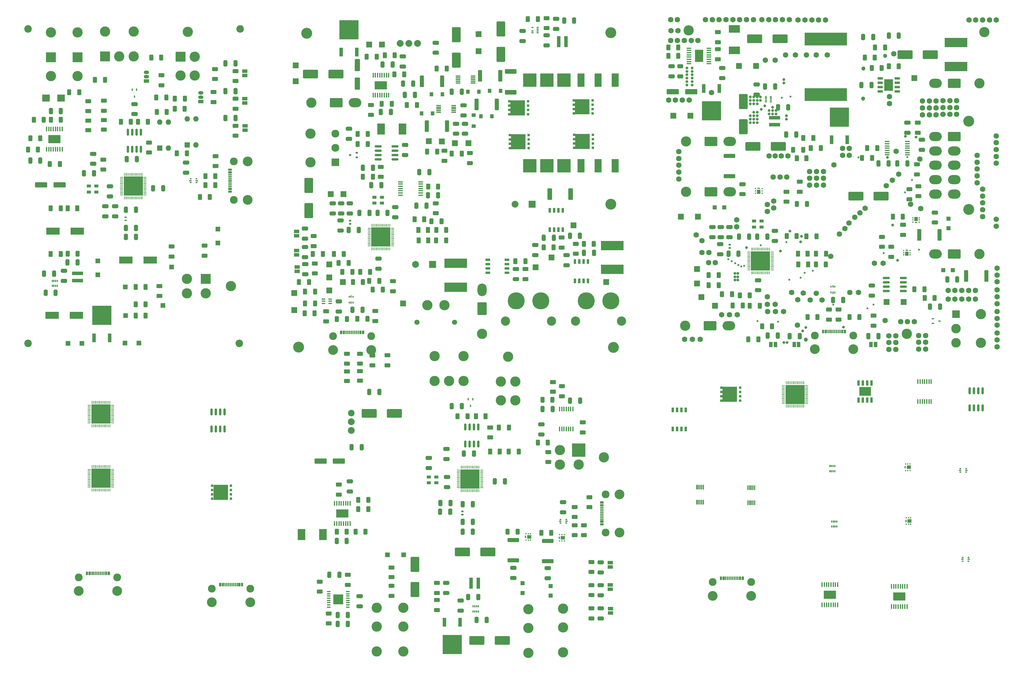
<source format=gbr>
%TF.GenerationSoftware,KiCad,Pcbnew,8.0.0*%
%TF.CreationDate,2024-03-30T18:44:18+01:00*%
%TF.ProjectId,schematic-main _ kopia,73636865-6d61-4746-9963-2d6d61696e20,rev?*%
%TF.SameCoordinates,Original*%
%TF.FileFunction,Soldermask,Top*%
%TF.FilePolarity,Negative*%
%FSLAX46Y46*%
G04 Gerber Fmt 4.6, Leading zero omitted, Abs format (unit mm)*
G04 Created by KiCad (PCBNEW 8.0.0) date 2024-03-30 18:44:18*
%MOMM*%
%LPD*%
G01*
G04 APERTURE LIST*
G04 Aperture macros list*
%AMRoundRect*
0 Rectangle with rounded corners*
0 $1 Rounding radius*
0 $2 $3 $4 $5 $6 $7 $8 $9 X,Y pos of 4 corners*
0 Add a 4 corners polygon primitive as box body*
4,1,4,$2,$3,$4,$5,$6,$7,$8,$9,$2,$3,0*
0 Add four circle primitives for the rounded corners*
1,1,$1+$1,$2,$3*
1,1,$1+$1,$4,$5*
1,1,$1+$1,$6,$7*
1,1,$1+$1,$8,$9*
0 Add four rect primitives between the rounded corners*
20,1,$1+$1,$2,$3,$4,$5,0*
20,1,$1+$1,$4,$5,$6,$7,0*
20,1,$1+$1,$6,$7,$8,$9,0*
20,1,$1+$1,$8,$9,$2,$3,0*%
G04 Aperture macros list end*
%ADD10C,2.280000*%
%ADD11C,2.850000*%
%ADD12R,0.300000X1.100000*%
%ADD13R,0.800000X0.700000*%
%ADD14R,0.680000X0.700000*%
%ADD15R,4.320000X4.510000*%
%ADD16RoundRect,0.050000X0.050000X-0.387500X0.050000X0.387500X-0.050000X0.387500X-0.050000X-0.387500X0*%
%ADD17RoundRect,0.050000X0.387500X-0.050000X0.387500X0.050000X-0.387500X0.050000X-0.387500X-0.050000X0*%
%ADD18R,5.600000X5.600000*%
%ADD19RoundRect,0.150000X0.150000X-0.825000X0.150000X0.825000X-0.150000X0.825000X-0.150000X-0.825000X0*%
%ADD20R,0.500000X0.375000*%
%ADD21R,0.650000X0.300000*%
%ADD22R,0.350000X0.430000*%
%ADD23R,1.250000X1.100000*%
%ADD24R,0.350000X0.660000*%
%ADD25RoundRect,0.050000X0.100000X-0.285000X0.100000X0.285000X-0.100000X0.285000X-0.100000X-0.285000X0*%
%ADD26R,0.450000X1.475000*%
%ADD27R,3.550000X2.460000*%
%ADD28R,0.300000X1.400000*%
%ADD29C,3.000000*%
%ADD30RoundRect,0.250000X-0.325000X-0.650000X0.325000X-0.650000X0.325000X0.650000X-0.325000X0.650000X0*%
%ADD31RoundRect,0.250000X0.375000X0.625000X-0.375000X0.625000X-0.375000X-0.625000X0.375000X-0.625000X0*%
%ADD32RoundRect,0.250000X-0.650000X0.325000X-0.650000X-0.325000X0.650000X-0.325000X0.650000X0.325000X0*%
%ADD33RoundRect,0.250000X0.312500X0.625000X-0.312500X0.625000X-0.312500X-0.625000X0.312500X-0.625000X0*%
%ADD34RoundRect,0.250000X-0.625000X0.312500X-0.625000X-0.312500X0.625000X-0.312500X0.625000X0.312500X0*%
%ADD35RoundRect,0.250000X0.650000X-0.325000X0.650000X0.325000X-0.650000X0.325000X-0.650000X-0.325000X0*%
%ADD36RoundRect,0.250000X0.625000X-0.312500X0.625000X0.312500X-0.625000X0.312500X-0.625000X-0.312500X0*%
%ADD37R,1.200000X0.950000*%
%ADD38RoundRect,0.250000X0.325000X0.650000X-0.325000X0.650000X-0.325000X-0.650000X0.325000X-0.650000X0*%
%ADD39RoundRect,0.250000X1.425000X-0.362500X1.425000X0.362500X-1.425000X0.362500X-1.425000X-0.362500X0*%
%ADD40RoundRect,0.250000X-1.950000X-1.000000X1.950000X-1.000000X1.950000X1.000000X-1.950000X1.000000X0*%
%ADD41RoundRect,0.250000X-1.000000X1.950000X-1.000000X-1.950000X1.000000X-1.950000X1.000000X1.950000X0*%
%ADD42R,2.173999X3.200400*%
%ADD43RoundRect,0.250000X-0.312500X-0.625000X0.312500X-0.625000X0.312500X0.625000X-0.312500X0.625000X0*%
%ADD44R,0.450000X0.700000*%
%ADD45RoundRect,0.250000X0.625000X-0.375000X0.625000X0.375000X-0.625000X0.375000X-0.625000X-0.375000X0*%
%ADD46R,1.200000X1.200000*%
%ADD47R,1.500000X1.000000*%
%ADD48RoundRect,0.147500X0.172500X-0.147500X0.172500X0.147500X-0.172500X0.147500X-0.172500X-0.147500X0*%
%ADD49C,2.000000*%
%ADD50C,1.920000*%
%ADD51RoundRect,0.250000X-0.625000X0.375000X-0.625000X-0.375000X0.625000X-0.375000X0.625000X0.375000X0*%
%ADD52C,3.200000*%
%ADD53R,1.350000X1.350000*%
%ADD54R,3.000000X3.000000*%
%ADD55R,1.050000X0.450000*%
%ADD56R,4.000000X4.000000*%
%ADD57RoundRect,0.250000X-0.375000X-0.625000X0.375000X-0.625000X0.375000X0.625000X-0.375000X0.625000X0*%
%ADD58R,1.060000X2.600000*%
%ADD59R,5.632000X5.700000*%
%ADD60R,1.100000X0.300000*%
%ADD61R,1.100000X3.200000*%
%ADD62RoundRect,0.250000X1.500000X0.550000X-1.500000X0.550000X-1.500000X-0.550000X1.500000X-0.550000X0*%
%ADD63R,0.750000X1.350000*%
%ADD64R,4.000000X2.000000*%
%ADD65R,1.600000X1.600000*%
%ADD66O,1.600000X1.600000*%
%ADD67C,2.200000*%
%ADD68R,2.200000X2.150000*%
%ADD69R,3.200000X1.100000*%
%ADD70R,1.500000X1.050000*%
%ADD71O,1.500000X1.050000*%
%ADD72R,0.650000X0.350000*%
%ADD73R,1.700000X1.700000*%
%ADD74RoundRect,0.250000X-0.550000X1.500000X-0.550000X-1.500000X0.550000X-1.500000X0.550000X1.500000X0*%
%ADD75R,0.375000X0.500000*%
%ADD76R,0.300000X0.650000*%
%ADD77R,1.400000X0.300000*%
%ADD78RoundRect,0.250001X1.099999X1.599999X-1.099999X1.599999X-1.099999X-1.599999X1.099999X-1.599999X0*%
%ADD79O,2.700000X3.700000*%
%ADD80R,2.000000X4.000000*%
%ADD81RoundRect,0.050000X-0.285000X-0.100000X0.285000X-0.100000X0.285000X0.100000X-0.285000X0.100000X0*%
%ADD82RoundRect,0.147500X-0.172500X0.147500X-0.172500X-0.147500X0.172500X-0.147500X0.172500X0.147500X0*%
%ADD83RoundRect,0.249999X0.450001X1.425001X-0.450001X1.425001X-0.450001X-1.425001X0.450001X-1.425001X0*%
%ADD84R,1.120000X1.220000*%
%ADD85R,6.710000X2.730000*%
%ADD86RoundRect,0.250000X-0.362500X-1.425000X0.362500X-1.425000X0.362500X1.425000X-0.362500X1.425000X0*%
%ADD87R,1.475000X0.450000*%
%ADD88C,1.500000*%
%ADD89RoundRect,0.050000X-0.387500X-0.050000X0.387500X-0.050000X0.387500X0.050000X-0.387500X0.050000X0*%
%ADD90RoundRect,0.050000X-0.050000X-0.387500X0.050000X-0.387500X0.050000X0.387500X-0.050000X0.387500X0*%
%ADD91R,1.000000X0.400000*%
%ADD92R,2.000000X2.000000*%
%ADD93RoundRect,0.250001X1.599999X-1.099999X1.599999X1.099999X-1.599999X1.099999X-1.599999X-1.099999X0*%
%ADD94O,3.700000X2.700000*%
%ADD95R,2.300000X2.300000*%
%ADD96C,2.300000*%
%ADD97C,5.000000*%
%ADD98C,2.700000*%
%ADD99R,1.350000X0.750000*%
%ADD100RoundRect,0.249999X1.425001X-0.450001X1.425001X0.450001X-1.425001X0.450001X-1.425001X-0.450001X0*%
%ADD101RoundRect,0.250000X1.000000X-1.950000X1.000000X1.950000X-1.000000X1.950000X-1.000000X-1.950000X0*%
%ADD102RoundRect,0.112500X0.237500X-0.112500X0.237500X0.112500X-0.237500X0.112500X-0.237500X-0.112500X0*%
%ADD103RoundRect,0.150000X0.825000X0.150000X-0.825000X0.150000X-0.825000X-0.150000X0.825000X-0.150000X0*%
%ADD104R,1.220000X1.120000*%
%ADD105R,0.802000X1.505000*%
%ADD106R,3.502000X2.613000*%
%ADD107R,1.000000X1.500000*%
%ADD108RoundRect,0.150000X-0.825000X-0.150000X0.825000X-0.150000X0.825000X0.150000X-0.825000X0.150000X0*%
%ADD109RoundRect,0.250001X-1.599999X1.099999X-1.599999X-1.099999X1.599999X-1.099999X1.599999X1.099999X0*%
%ADD110RoundRect,0.250000X1.950000X1.000000X-1.950000X1.000000X-1.950000X-1.000000X1.950000X-1.000000X0*%
%ADD111R,0.430000X0.350000*%
%ADD112R,1.100000X1.250000*%
%ADD113R,0.660000X0.350000*%
%ADD114R,3.200400X2.173999*%
%ADD115R,12.320000X3.825000*%
%ADD116RoundRect,0.250000X0.362500X1.425000X-0.362500X1.425000X-0.362500X-1.425000X0.362500X-1.425000X0*%
%ADD117R,1.505000X0.802000*%
%ADD118R,2.613000X3.502000*%
%ADD119R,2.460000X3.550000*%
%ADD120R,0.700000X0.450000*%
%ADD121C,2.800000*%
%ADD122C,0.800000*%
%ADD123C,1.600000*%
%ADD124C,1.200000*%
%ADD125C,0.600000*%
G04 APERTURE END LIST*
D10*
%TO.C,P1*%
X-41020000Y-183900000D03*
D11*
X-41020000Y-187900000D03*
D12*
X-38750000Y-182750000D03*
D10*
X-29780000Y-183900000D03*
D11*
X-29780000Y-187900000D03*
D12*
X-37950000Y-182750000D03*
X-36650000Y-182750000D03*
X-35650000Y-182750000D03*
X-35150000Y-182750000D03*
X-34150000Y-182750000D03*
X-32850000Y-182750000D03*
X-32050000Y-182750000D03*
X-32350000Y-182750000D03*
X-33150000Y-182750000D03*
X-33650000Y-182750000D03*
X-34650000Y-182750000D03*
X-36150000Y-182750000D03*
X-37150000Y-182750000D03*
X-37650000Y-182750000D03*
X-38450000Y-182750000D03*
%TD*%
D10*
%TO.C,P1*%
X-80020000Y-180600000D03*
D11*
X-80020000Y-184600000D03*
D12*
X-77750000Y-179450000D03*
D10*
X-68780000Y-180600000D03*
D11*
X-68780000Y-184600000D03*
D12*
X-76950000Y-179450000D03*
X-75650000Y-179450000D03*
X-74650000Y-179450000D03*
X-74150000Y-179450000D03*
X-73150000Y-179450000D03*
X-71850000Y-179450000D03*
X-71050000Y-179450000D03*
X-71350000Y-179450000D03*
X-72150000Y-179450000D03*
X-72650000Y-179450000D03*
X-73650000Y-179450000D03*
X-75150000Y-179450000D03*
X-76150000Y-179450000D03*
X-76650000Y-179450000D03*
X-77450000Y-179450000D03*
%TD*%
D13*
%TO.C,Q4*%
X-35449000Y-157605000D03*
X-35449000Y-156335000D03*
X-35449000Y-155065000D03*
X-35449000Y-153795000D03*
D14*
X-40964000Y-153795000D03*
X-40964000Y-155065000D03*
X-40964000Y-156335000D03*
X-40964000Y-157605000D03*
D15*
X-38464000Y-155700000D03*
%TD*%
D16*
%TO.C,U4*%
X-76100000Y-155037500D03*
X-75700000Y-155037500D03*
X-75300000Y-155037500D03*
X-74900000Y-155037500D03*
X-74500000Y-155037500D03*
X-74100000Y-155037500D03*
X-73700000Y-155037500D03*
X-73300000Y-155037500D03*
X-72900000Y-155037500D03*
X-72500000Y-155037500D03*
X-72100000Y-155037500D03*
X-71700000Y-155037500D03*
X-71300000Y-155037500D03*
X-70900000Y-155037500D03*
D17*
X-70062500Y-154200000D03*
X-70062500Y-153800000D03*
X-70062500Y-153400000D03*
X-70062500Y-153000000D03*
X-70062500Y-152600000D03*
X-70062500Y-152200000D03*
X-70062500Y-151800000D03*
X-70062500Y-151400000D03*
X-70062500Y-151000000D03*
X-70062500Y-150600000D03*
X-70062500Y-150200000D03*
X-70062500Y-149800000D03*
X-70062500Y-149400000D03*
X-70062500Y-149000000D03*
D16*
X-70900000Y-148162500D03*
X-71300000Y-148162500D03*
X-71700000Y-148162500D03*
X-72100000Y-148162500D03*
X-72500000Y-148162500D03*
X-72900000Y-148162500D03*
X-73300000Y-148162500D03*
X-73700000Y-148162500D03*
X-74100000Y-148162500D03*
X-74500000Y-148162500D03*
X-74900000Y-148162500D03*
X-75300000Y-148162500D03*
X-75700000Y-148162500D03*
X-76100000Y-148162500D03*
D17*
X-76937500Y-149000000D03*
X-76937500Y-149400000D03*
X-76937500Y-149800000D03*
X-76937500Y-150200000D03*
X-76937500Y-150600000D03*
X-76937500Y-151000000D03*
X-76937500Y-151400000D03*
X-76937500Y-151800000D03*
X-76937500Y-152200000D03*
X-76937500Y-152600000D03*
X-76937500Y-153000000D03*
X-76937500Y-153400000D03*
X-76937500Y-153800000D03*
X-76937500Y-154200000D03*
D18*
X-73500000Y-151600000D03*
%TD*%
D16*
%TO.C,U4*%
X-76100000Y-136237500D03*
X-75700000Y-136237500D03*
X-75300000Y-136237500D03*
X-74900000Y-136237500D03*
X-74500000Y-136237500D03*
X-74100000Y-136237500D03*
X-73700000Y-136237500D03*
X-73300000Y-136237500D03*
X-72900000Y-136237500D03*
X-72500000Y-136237500D03*
X-72100000Y-136237500D03*
X-71700000Y-136237500D03*
X-71300000Y-136237500D03*
X-70900000Y-136237500D03*
D17*
X-70062500Y-135400000D03*
X-70062500Y-135000000D03*
X-70062500Y-134600000D03*
X-70062500Y-134200000D03*
X-70062500Y-133800000D03*
X-70062500Y-133400000D03*
X-70062500Y-133000000D03*
X-70062500Y-132600000D03*
X-70062500Y-132200000D03*
X-70062500Y-131800000D03*
X-70062500Y-131400000D03*
X-70062500Y-131000000D03*
X-70062500Y-130600000D03*
X-70062500Y-130200000D03*
D16*
X-70900000Y-129362500D03*
X-71300000Y-129362500D03*
X-71700000Y-129362500D03*
X-72100000Y-129362500D03*
X-72500000Y-129362500D03*
X-72900000Y-129362500D03*
X-73300000Y-129362500D03*
X-73700000Y-129362500D03*
X-74100000Y-129362500D03*
X-74500000Y-129362500D03*
X-74900000Y-129362500D03*
X-75300000Y-129362500D03*
X-75700000Y-129362500D03*
X-76100000Y-129362500D03*
D17*
X-76937500Y-130200000D03*
X-76937500Y-130600000D03*
X-76937500Y-131000000D03*
X-76937500Y-131400000D03*
X-76937500Y-131800000D03*
X-76937500Y-132200000D03*
X-76937500Y-132600000D03*
X-76937500Y-133000000D03*
X-76937500Y-133400000D03*
X-76937500Y-133800000D03*
X-76937500Y-134200000D03*
X-76937500Y-134600000D03*
X-76937500Y-135000000D03*
X-76937500Y-135400000D03*
D18*
X-73500000Y-132800000D03*
%TD*%
D19*
%TO.C,U5*%
X-41105000Y-137175000D03*
X-39835000Y-137175000D03*
X-38565000Y-137175000D03*
X-37295000Y-137175000D03*
X-37295000Y-132225000D03*
X-38565000Y-132225000D03*
X-39835000Y-132225000D03*
X-41105000Y-132225000D03*
%TD*%
D20*
%TO.C,U3*%
X178650000Y-174762500D03*
D21*
X178575000Y-175300000D03*
D20*
X178650000Y-175837500D03*
X180350000Y-175837500D03*
D21*
X180425000Y-175300000D03*
D20*
X180350000Y-174762500D03*
%TD*%
D22*
%TO.C,Q3*%
X163450000Y-163165000D03*
X162800000Y-163165000D03*
D23*
X163085000Y-164100000D03*
D22*
X163450000Y-165035000D03*
X162800000Y-165035000D03*
X162150000Y-163165000D03*
D24*
X162025000Y-164100000D03*
D22*
X162150000Y-165035000D03*
%TD*%
D25*
%TO.C,U2*%
X140350000Y-165740000D03*
X140850000Y-165740000D03*
X141350000Y-165740000D03*
X141850000Y-165740000D03*
X141850000Y-164260000D03*
X141350000Y-164260000D03*
X140850000Y-164260000D03*
X140350000Y-164260000D03*
%TD*%
D26*
%TO.C,IC1*%
X162375000Y-183262000D03*
X161725000Y-183262000D03*
X161075000Y-183262000D03*
X160425000Y-183262000D03*
X159775000Y-183262000D03*
X159125000Y-183262000D03*
X158475000Y-183262000D03*
X157825000Y-183262000D03*
X157825000Y-189138000D03*
X158475000Y-189138000D03*
X159125000Y-189138000D03*
X159775000Y-189138000D03*
X160425000Y-189138000D03*
X161075000Y-189138000D03*
X161725000Y-189138000D03*
X162375000Y-189138000D03*
D27*
X160100000Y-186200000D03*
%TD*%
D28*
%TO.C,IC7*%
X117800000Y-154400000D03*
X117300000Y-154400000D03*
X116800000Y-154400000D03*
X116300000Y-154400000D03*
X115800000Y-154400000D03*
X115800000Y-158800000D03*
X116300000Y-158800000D03*
X116800000Y-158800000D03*
X117300000Y-158800000D03*
X117800000Y-158800000D03*
%TD*%
D29*
%TO.C,J10*%
X15000000Y-202325000D03*
X15000000Y-195025000D03*
X15000000Y-189525000D03*
%TD*%
%TO.C,J8*%
X51600000Y-202700000D03*
X51600000Y-195400000D03*
X51600000Y-189900000D03*
%TD*%
D30*
%TO.C,C28*%
X5007000Y-126335802D03*
X7957000Y-126335802D03*
%TD*%
D31*
%TO.C,D5*%
X43200000Y-143800000D03*
X40400000Y-143800000D03*
%TD*%
D32*
%TO.C,C13*%
X72712500Y-182887500D03*
X72712500Y-185837500D03*
%TD*%
D33*
%TO.C,R32*%
X58623450Y-128654800D03*
X55698450Y-128654800D03*
%TD*%
D34*
%TO.C,R24*%
X2300000Y-115137500D03*
X2300000Y-118062500D03*
%TD*%
%TO.C,R22*%
X11550000Y-183087500D03*
X11550000Y-186012500D03*
%TD*%
D35*
%TO.C,C9*%
X-650000Y-155475000D03*
X-650000Y-152525000D03*
%TD*%
D36*
%TO.C,R38*%
X67500000Y-138162500D03*
X67500000Y-135237500D03*
%TD*%
D34*
%TO.C,R34*%
X-6875000Y-191162500D03*
X-6875000Y-194087500D03*
%TD*%
D36*
%TO.C,R33*%
X-9475000Y-184787500D03*
X-9475000Y-181862500D03*
%TD*%
D37*
%TO.C,Y1*%
X22400000Y-152975000D03*
X24600000Y-152975000D03*
X24600000Y-151225000D03*
X22400000Y-151225000D03*
%TD*%
D36*
%TO.C,R26*%
X57400000Y-146862500D03*
X57400000Y-143937500D03*
%TD*%
D38*
%TO.C,C18*%
X28775000Y-158900000D03*
X25825000Y-158900000D03*
%TD*%
D39*
%TO.C,R28*%
X47178100Y-175640600D03*
X47178100Y-169715600D03*
%TD*%
D32*
%TO.C,C22*%
X27800000Y-151225000D03*
X27800000Y-154175000D03*
%TD*%
D19*
%TO.C,U5*%
X33095000Y-141575000D03*
X34365000Y-141575000D03*
X35635000Y-141575000D03*
X36905000Y-141575000D03*
X36905000Y-136625000D03*
X35635000Y-136625000D03*
X34365000Y-136625000D03*
X33095000Y-136625000D03*
%TD*%
D35*
%TO.C,C21*%
X22400000Y-148575000D03*
X22400000Y-145625000D03*
%TD*%
D29*
%TO.C,J4*%
X45634250Y-116021900D03*
X43534250Y-123321900D03*
X47734250Y-123321900D03*
X43534250Y-128821900D03*
X47734250Y-128821900D03*
%TD*%
D40*
%TO.C,C14*%
X32300000Y-173200000D03*
X39700000Y-173200000D03*
%TD*%
D34*
%TO.C,R7*%
X24825000Y-182237500D03*
X24825000Y-185162500D03*
%TD*%
D41*
%TO.C,C7*%
X18400000Y-176800000D03*
X18400000Y-184200000D03*
%TD*%
D34*
%TO.C,R13*%
X70012500Y-182900000D03*
X70012500Y-185825000D03*
%TD*%
D42*
%TO.C,D1*%
X-8572998Y-168100000D03*
X-14827002Y-168100000D03*
%TD*%
D29*
%TO.C,J9*%
X61750000Y-202578100D03*
X61750000Y-195278100D03*
X61750000Y-189778100D03*
%TD*%
D32*
%TO.C,C12*%
X72712500Y-189687500D03*
X72712500Y-192637500D03*
%TD*%
D34*
%TO.C,R4*%
X67800000Y-165337500D03*
X67800000Y-168262500D03*
%TD*%
D43*
%TO.C,R21*%
X45837500Y-143800000D03*
X48762500Y-143800000D03*
%TD*%
D38*
%TO.C,C24*%
X32059250Y-130521900D03*
X29109250Y-130521900D03*
%TD*%
D44*
%TO.C,D3*%
X35284250Y-128421900D03*
X33984250Y-128421900D03*
X34634250Y-130421900D03*
%TD*%
D45*
%TO.C,R17*%
X58760950Y-126254800D03*
X58760950Y-123454800D03*
%TD*%
D32*
%TO.C,C8*%
X31750000Y-187375000D03*
X31750000Y-190325000D03*
%TD*%
D35*
%TO.C,C30*%
X55400000Y-138775000D03*
X55400000Y-135825000D03*
%TD*%
%TO.C,C32*%
X57200000Y-180875000D03*
X57200000Y-177925000D03*
%TD*%
D46*
%TO.C,D8*%
X58050000Y-185970000D03*
X58050000Y-183170000D03*
%TD*%
D29*
%TO.C,J2*%
X32568500Y-115834800D03*
X24168500Y-115834800D03*
X24168500Y-123134800D03*
X28368500Y-123134800D03*
X32568500Y-123134800D03*
%TD*%
D30*
%TO.C,C10*%
X41725000Y-152500000D03*
X44675000Y-152500000D03*
%TD*%
D47*
%TO.C,JP3*%
X75512500Y-176312500D03*
X75512500Y-177612500D03*
%TD*%
D36*
%TO.C,R37*%
X-1275000Y-182787500D03*
X-1275000Y-179862500D03*
%TD*%
D45*
%TO.C,D6*%
X11550000Y-180550000D03*
X11550000Y-177750000D03*
%TD*%
D30*
%TO.C,C1*%
X-4525000Y-169962000D03*
X-1575000Y-169962000D03*
%TD*%
D48*
%TO.C,L2*%
X32300000Y-162285000D03*
X32300000Y-161315000D03*
%TD*%
D29*
%TO.C,J1*%
X7200000Y-202325000D03*
X7200000Y-195025000D03*
X7200000Y-189525000D03*
%TD*%
D30*
%TO.C,C33*%
X63785950Y-128854800D03*
X66735950Y-128854800D03*
%TD*%
D34*
%TO.C,R9*%
X24825000Y-187237500D03*
X24825000Y-190162500D03*
%TD*%
D38*
%TO.C,C35*%
X-1300000Y-191625000D03*
X-4250000Y-191625000D03*
%TD*%
D40*
%TO.C,C27*%
X4969000Y-132575802D03*
X12369000Y-132575802D03*
%TD*%
D43*
%TO.C,R10*%
X1787500Y-157900000D03*
X4712500Y-157900000D03*
%TD*%
D49*
%TO.C,PS1*%
X-218000Y-137615802D03*
X-218000Y-135075802D03*
D50*
X-218000Y-132535802D03*
%TD*%
D43*
%TO.C,R11*%
X1787500Y-160600000D03*
X4712500Y-160600000D03*
%TD*%
D33*
%TO.C,R29*%
X58262500Y-167600000D03*
X55337500Y-167600000D03*
%TD*%
D38*
%TO.C,C19*%
X28675000Y-161400000D03*
X25725000Y-161400000D03*
%TD*%
D46*
%TO.C,D7*%
X49850000Y-185150000D03*
X49850000Y-182350000D03*
%TD*%
D30*
%TO.C,C15*%
X32325000Y-167200000D03*
X35275000Y-167200000D03*
%TD*%
D51*
%TO.C,D4*%
X40400000Y-136800000D03*
X40400000Y-139600000D03*
%TD*%
D38*
%TO.C,C26*%
X58635950Y-131354800D03*
X55685950Y-131354800D03*
%TD*%
%TO.C,C34*%
X-1300000Y-194245000D03*
X-4250000Y-194245000D03*
%TD*%
D52*
%TO.C,H1*%
X-15700000Y-113200000D03*
%TD*%
D30*
%TO.C,C17*%
X32325000Y-159200000D03*
X35275000Y-159200000D03*
%TD*%
D39*
%TO.C,R30*%
X57200000Y-175862500D03*
X57200000Y-169937500D03*
%TD*%
D53*
%TO.C,TP8*%
X10300000Y-174000000D03*
%TD*%
D35*
%TO.C,C20*%
X61700000Y-161575000D03*
X61700000Y-158625000D03*
%TD*%
D20*
%TO.C,U3*%
X62650000Y-164737500D03*
D21*
X62725000Y-164200000D03*
D20*
X62650000Y-163662500D03*
X60950000Y-163662500D03*
D21*
X60875000Y-164200000D03*
D20*
X60950000Y-164737500D03*
%TD*%
D38*
%TO.C,C23*%
X35675000Y-144400000D03*
X32725000Y-144400000D03*
%TD*%
D34*
%TO.C,R23*%
X70012500Y-176100000D03*
X70012500Y-179025000D03*
%TD*%
D35*
%TO.C,C31*%
X47178100Y-180753100D03*
X47178100Y-177803100D03*
%TD*%
D34*
%TO.C,R6*%
X-3850000Y-153437500D03*
X-3850000Y-156362500D03*
%TD*%
D26*
%TO.C,IC1*%
X64610950Y-131316800D03*
X63960950Y-131316800D03*
X63310950Y-131316800D03*
X62660950Y-131316800D03*
X62010950Y-131316800D03*
X61360950Y-131316800D03*
X60710950Y-131316800D03*
X60710950Y-137192800D03*
X61360950Y-137192800D03*
X62010950Y-137192800D03*
X62660950Y-137192800D03*
X63310950Y-137192800D03*
X63960950Y-137192800D03*
X64610950Y-137192800D03*
%TD*%
D22*
%TO.C,MOSFET1*%
X52178100Y-167808100D03*
X51528100Y-167808100D03*
X50878100Y-167808100D03*
X50878100Y-169678100D03*
X51528100Y-169678100D03*
X52178100Y-169678100D03*
D23*
X51813100Y-168743100D03*
D24*
X50753100Y-168743100D03*
%TD*%
D33*
%TO.C,R27*%
X48424850Y-167200000D03*
X45499850Y-167200000D03*
%TD*%
D54*
%TO.C,U6*%
X-4050000Y-187050000D03*
D55*
X-6825000Y-184775000D03*
X-6825000Y-185425000D03*
X-6825000Y-186075000D03*
X-6825000Y-186725000D03*
X-6825000Y-187375000D03*
X-6825000Y-188025000D03*
X-6825000Y-188675000D03*
X-6825000Y-189325000D03*
X-1275000Y-189325000D03*
X-1275000Y-188675000D03*
X-1275000Y-188025000D03*
X-1275000Y-187375000D03*
X-1275000Y-186725000D03*
X-1275000Y-186075000D03*
X-1275000Y-185425000D03*
X-1275000Y-184775000D03*
%TD*%
D34*
%TO.C,R1*%
X65100000Y-165337500D03*
X65100000Y-168262500D03*
%TD*%
D43*
%TO.C,R8*%
X987500Y-167262000D03*
X3912500Y-167262000D03*
%TD*%
D32*
%TO.C,C25*%
X72712500Y-176187500D03*
X72712500Y-179137500D03*
%TD*%
D34*
%TO.C,R12*%
X70012500Y-189700000D03*
X70012500Y-192625000D03*
%TD*%
D30*
%TO.C,C29*%
X-193000Y-142535802D03*
X2757000Y-142535802D03*
%TD*%
D29*
%TO.C,J3*%
X73628100Y-145484250D03*
D56*
X66328100Y-143384250D03*
D29*
X66328100Y-147584250D03*
X60828100Y-143384250D03*
X60828100Y-147584250D03*
%TD*%
D26*
%TO.C,IC2*%
X-5125000Y-164838000D03*
X-4475000Y-164838000D03*
X-3825000Y-164838000D03*
X-3175000Y-164838000D03*
X-2525000Y-164838000D03*
X-1875000Y-164838000D03*
X-1225000Y-164838000D03*
X-575000Y-164838000D03*
X-575000Y-158962000D03*
X-1225000Y-158962000D03*
X-1875000Y-158962000D03*
X-2525000Y-158962000D03*
X-3175000Y-158962000D03*
X-3825000Y-158962000D03*
X-4475000Y-158962000D03*
X-5125000Y-158962000D03*
D27*
X-2850000Y-161900000D03*
%TD*%
D57*
%TO.C,R19*%
X36200000Y-133500000D03*
X39000000Y-133500000D03*
%TD*%
D58*
%TO.C,D2*%
X31586000Y-193720500D03*
X27014000Y-193720500D03*
D59*
X29300000Y-200270500D03*
%TD*%
D60*
%TO.C,P1*%
X73050000Y-165250000D03*
X73050000Y-164450000D03*
X73050000Y-163150000D03*
X73050000Y-162150000D03*
X73050000Y-161650000D03*
X73050000Y-160650000D03*
X73050000Y-159350000D03*
X73050000Y-158550000D03*
X73050000Y-158850000D03*
X73050000Y-159650000D03*
X73050000Y-160150000D03*
X73050000Y-161150000D03*
X73050000Y-162650000D03*
X73050000Y-163650000D03*
X73050000Y-164150000D03*
X73050000Y-164950000D03*
D10*
X74200000Y-167520000D03*
D11*
X78200000Y-167520000D03*
D10*
X74200000Y-156280000D03*
D11*
X78200000Y-156280000D03*
%TD*%
D43*
%TO.C,R20*%
X42937500Y-136800000D03*
X45862500Y-136800000D03*
%TD*%
D16*
%TO.C,U4*%
X31900000Y-155237500D03*
X32300000Y-155237500D03*
X32700000Y-155237500D03*
X33100000Y-155237500D03*
X33500000Y-155237500D03*
X33900000Y-155237500D03*
X34300000Y-155237500D03*
X34700000Y-155237500D03*
X35100000Y-155237500D03*
X35500000Y-155237500D03*
X35900000Y-155237500D03*
X36300000Y-155237500D03*
X36700000Y-155237500D03*
X37100000Y-155237500D03*
D17*
X37937500Y-154400000D03*
X37937500Y-154000000D03*
X37937500Y-153600000D03*
X37937500Y-153200000D03*
X37937500Y-152800000D03*
X37937500Y-152400000D03*
X37937500Y-152000000D03*
X37937500Y-151600000D03*
X37937500Y-151200000D03*
X37937500Y-150800000D03*
X37937500Y-150400000D03*
X37937500Y-150000000D03*
X37937500Y-149600000D03*
X37937500Y-149200000D03*
D16*
X37100000Y-148362500D03*
X36700000Y-148362500D03*
X36300000Y-148362500D03*
X35900000Y-148362500D03*
X35500000Y-148362500D03*
X35100000Y-148362500D03*
X34700000Y-148362500D03*
X34300000Y-148362500D03*
X33900000Y-148362500D03*
X33500000Y-148362500D03*
X33100000Y-148362500D03*
X32700000Y-148362500D03*
X32300000Y-148362500D03*
X31900000Y-148362500D03*
D17*
X31062500Y-149200000D03*
X31062500Y-149600000D03*
X31062500Y-150000000D03*
X31062500Y-150400000D03*
X31062500Y-150800000D03*
X31062500Y-151200000D03*
X31062500Y-151600000D03*
X31062500Y-152000000D03*
X31062500Y-152400000D03*
X31062500Y-152800000D03*
X31062500Y-153200000D03*
X31062500Y-153600000D03*
X31062500Y-154000000D03*
X31062500Y-154400000D03*
D18*
X34500000Y-151800000D03*
%TD*%
D51*
%TO.C,R35*%
X2300000Y-120240000D03*
X2300000Y-123040000D03*
%TD*%
D34*
%TO.C,R16*%
X61360950Y-124692300D03*
X61360950Y-127617300D03*
%TD*%
D43*
%TO.C,R31*%
X54337500Y-141200000D03*
X57262500Y-141200000D03*
%TD*%
D25*
%TO.C,U2*%
X35425000Y-190580000D03*
X35925000Y-190580000D03*
X36425000Y-190580000D03*
X36925000Y-190580000D03*
X36925000Y-189100000D03*
X36425000Y-189100000D03*
X35925000Y-189100000D03*
X35425000Y-189100000D03*
%TD*%
D30*
%TO.C,C4*%
X33950000Y-186400000D03*
X36900000Y-186400000D03*
%TD*%
D61*
%TO.C,L1*%
X36925000Y-182300000D03*
X34825000Y-182300000D03*
%TD*%
D38*
%TO.C,C37*%
X-3700000Y-179825000D03*
X-6650000Y-179825000D03*
%TD*%
D30*
%TO.C,C16*%
X32325000Y-164400000D03*
X35275000Y-164400000D03*
%TD*%
D62*
%TO.C,C5*%
X-3850000Y-146600000D03*
X-9250000Y-146600000D03*
%TD*%
D34*
%TO.C,R14*%
X10300000Y-115600000D03*
X10300000Y-118525000D03*
%TD*%
D40*
%TO.C,C2*%
X36525000Y-199100000D03*
X43925000Y-199100000D03*
%TD*%
D30*
%TO.C,C3*%
X36450000Y-193100000D03*
X39400000Y-193100000D03*
%TD*%
D47*
%TO.C,JP1*%
X75575436Y-189729564D03*
X75575436Y-191029564D03*
%TD*%
D43*
%TO.C,R5*%
X-4512500Y-167262000D03*
X-1587500Y-167262000D03*
%TD*%
D35*
%TO.C,C11*%
X27600000Y-145975000D03*
X27600000Y-143025000D03*
%TD*%
D33*
%TO.C,R18*%
X33762500Y-133500000D03*
X30837500Y-133500000D03*
%TD*%
D53*
%TO.C,TP7*%
X15050000Y-174000000D03*
%TD*%
D51*
%TO.C,R36*%
X-1500000Y-120340000D03*
X-1500000Y-123140000D03*
%TD*%
D47*
%TO.C,JP2*%
X75512500Y-182812500D03*
X75512500Y-184112500D03*
%TD*%
D34*
%TO.C,R15*%
X5900000Y-115637500D03*
X5900000Y-118562500D03*
%TD*%
%TO.C,R25*%
X-1500000Y-115137500D03*
X-1500000Y-118062500D03*
%TD*%
D36*
%TO.C,R3*%
X69400000Y-160062500D03*
X69400000Y-157137500D03*
%TD*%
D35*
%TO.C,C36*%
X2225000Y-189100000D03*
X2225000Y-186150000D03*
%TD*%
D52*
%TO.C,H4*%
X76500000Y-113300000D03*
%TD*%
D32*
%TO.C,C6*%
X27525000Y-182225000D03*
X27525000Y-185175000D03*
%TD*%
D36*
%TO.C,R2*%
X65100000Y-162962500D03*
X65100000Y-160037500D03*
%TD*%
D22*
%TO.C,MOSFET2*%
X62025000Y-168065000D03*
X61375000Y-168065000D03*
X60725000Y-168065000D03*
X60725000Y-169935000D03*
X61375000Y-169935000D03*
X62025000Y-169935000D03*
D23*
X61660000Y-169000000D03*
D24*
X60600000Y-169000000D03*
%TD*%
D10*
%TO.C,P1*%
X105480000Y-182000000D03*
D11*
X105480000Y-186000000D03*
D12*
X107750000Y-180850000D03*
D10*
X116720000Y-182000000D03*
D11*
X116720000Y-186000000D03*
D12*
X108550000Y-180850000D03*
X109850000Y-180850000D03*
X110850000Y-180850000D03*
X111350000Y-180850000D03*
X112350000Y-180850000D03*
X113650000Y-180850000D03*
X114450000Y-180850000D03*
X114150000Y-180850000D03*
X113350000Y-180850000D03*
X112850000Y-180850000D03*
X111850000Y-180850000D03*
X110350000Y-180850000D03*
X109350000Y-180850000D03*
X108850000Y-180850000D03*
X108050000Y-180850000D03*
%TD*%
D28*
%TO.C,IC7*%
X102800000Y-154200000D03*
X102300000Y-154200000D03*
X101800000Y-154200000D03*
X101300000Y-154200000D03*
X100800000Y-154200000D03*
X100800000Y-158600000D03*
X101300000Y-158600000D03*
X101800000Y-158600000D03*
X102300000Y-158600000D03*
X102800000Y-158600000D03*
%TD*%
D13*
%TO.C,Q4*%
X113551000Y-128905000D03*
X113551000Y-127635000D03*
X113551000Y-126365000D03*
X113551000Y-125095000D03*
D14*
X108036000Y-125095000D03*
X108036000Y-126365000D03*
X108036000Y-127635000D03*
X108036000Y-128905000D03*
D15*
X110536000Y-127000000D03*
%TD*%
D63*
%TO.C,IC4*%
X93795000Y-137225000D03*
X95065000Y-137225000D03*
X96335000Y-137225000D03*
X97605000Y-137225000D03*
X97605000Y-131575000D03*
X96335000Y-131575000D03*
X95065000Y-131575000D03*
X93795000Y-131575000D03*
%TD*%
D47*
%TO.C,JP1*%
X-31300000Y-48450000D03*
X-31300000Y-49750000D03*
%TD*%
D64*
%TO.C,C15*%
X-66200000Y-87700000D03*
X-59100000Y-87700000D03*
%TD*%
D30*
%TO.C,C17*%
X-66175000Y-78300000D03*
X-63225000Y-78300000D03*
%TD*%
D65*
%TO.C,U6*%
X-48275000Y-54050000D03*
D66*
X-45735000Y-54050000D03*
X-45735000Y-46430000D03*
X-48275000Y-46430000D03*
%TD*%
D29*
%TO.C,J6*%
X-48115750Y-20921900D03*
D54*
X-50215750Y-28221900D03*
D29*
X-46015750Y-28221900D03*
X-50215750Y-33721900D03*
X-46015750Y-33721900D03*
%TD*%
D33*
%TO.C,R5*%
X-41637500Y-69300000D03*
X-44562500Y-69300000D03*
%TD*%
D32*
%TO.C,C23*%
X-70862500Y-66175000D03*
X-70862500Y-69125000D03*
%TD*%
D10*
%TO.C,P1*%
X-34600000Y-70120000D03*
D11*
X-30600000Y-70120000D03*
D60*
X-35750000Y-67850000D03*
X-35750000Y-67050000D03*
X-35750000Y-65750000D03*
X-35750000Y-64750000D03*
X-35750000Y-64250000D03*
X-35750000Y-63250000D03*
X-35750000Y-61950000D03*
X-35750000Y-61150000D03*
D10*
X-34600000Y-58880000D03*
D11*
X-30600000Y-58880000D03*
D60*
X-35750000Y-61450000D03*
X-35750000Y-62250000D03*
X-35750000Y-62750000D03*
X-35750000Y-63750000D03*
X-35750000Y-65250000D03*
X-35750000Y-66250000D03*
X-35750000Y-66750000D03*
X-35750000Y-67550000D03*
%TD*%
D34*
%TO.C,R11*%
X-52850000Y-83787500D03*
X-52850000Y-86712500D03*
%TD*%
D36*
%TO.C,R23*%
X-72600000Y-44012500D03*
X-72600000Y-41087500D03*
%TD*%
D19*
%TO.C,U5*%
X-65610000Y-55300000D03*
X-64340000Y-55300000D03*
X-63070000Y-55300000D03*
X-61800000Y-55300000D03*
X-61800000Y-50350000D03*
X-63070000Y-50350000D03*
X-64340000Y-50350000D03*
X-65610000Y-50350000D03*
%TD*%
D53*
%TO.C,TP3*%
X-66450000Y-112000000D03*
%TD*%
%TO.C,TP6*%
X-74400000Y-92025000D03*
%TD*%
D26*
%TO.C,IC1*%
X-84850000Y-49400000D03*
X-85500000Y-49400000D03*
X-86150000Y-49400000D03*
X-86800000Y-49400000D03*
X-87450000Y-49400000D03*
X-88100000Y-49400000D03*
X-88750000Y-49400000D03*
X-89400000Y-49400000D03*
X-89400000Y-55276000D03*
X-88750000Y-55276000D03*
X-88100000Y-55276000D03*
X-87450000Y-55276000D03*
X-86800000Y-55276000D03*
X-86150000Y-55276000D03*
X-85500000Y-55276000D03*
X-84850000Y-55276000D03*
D27*
X-87125000Y-52338000D03*
%TD*%
D34*
%TO.C,R35*%
X-56400000Y-95337500D03*
X-56400000Y-98262500D03*
%TD*%
D32*
%TO.C,C4*%
X-84300000Y-90875000D03*
X-84300000Y-93825000D03*
%TD*%
D36*
%TO.C,R1*%
X-43200000Y-86462500D03*
X-43200000Y-83537500D03*
%TD*%
D33*
%TO.C,R30*%
X-55837500Y-28450000D03*
X-58762500Y-28450000D03*
%TD*%
D34*
%TO.C,R13*%
X-34100000Y-48437500D03*
X-34100000Y-51362500D03*
%TD*%
D37*
%TO.C,Y1*%
X-77062500Y-67850000D03*
X-74862500Y-67850000D03*
X-74862500Y-66100000D03*
X-77062500Y-66100000D03*
%TD*%
D38*
%TO.C,C6*%
X-80325000Y-88450000D03*
X-83275000Y-88450000D03*
%TD*%
D43*
%TO.C,R17*%
X-51912500Y-43500000D03*
X-48987500Y-43500000D03*
%TD*%
D36*
%TO.C,R4*%
X-40000000Y-60262500D03*
X-40000000Y-57337500D03*
%TD*%
D33*
%TO.C,R3*%
X-40037500Y-65800000D03*
X-42962500Y-65800000D03*
%TD*%
D67*
%TO.C,H4*%
X-32800000Y-20100000D03*
%TD*%
D33*
%TO.C,R24*%
X-85287500Y-72600000D03*
X-88212500Y-72600000D03*
%TD*%
D30*
%TO.C,C18*%
X-66225000Y-73000000D03*
X-63275000Y-73000000D03*
%TD*%
D38*
%TO.C,C24*%
X-63030000Y-58200000D03*
X-65980000Y-58200000D03*
%TD*%
D34*
%TO.C,R38*%
X-72800000Y-58337500D03*
X-72800000Y-61262500D03*
%TD*%
D30*
%TO.C,C10*%
X-58225000Y-66700000D03*
X-55275000Y-66700000D03*
%TD*%
D67*
%TO.C,H2*%
X-94800000Y-112100000D03*
%TD*%
D62*
%TO.C,C27*%
X-85600000Y-65700000D03*
X-91000000Y-65700000D03*
%TD*%
D51*
%TO.C,D5*%
X-72600000Y-46750000D03*
X-72600000Y-49550000D03*
%TD*%
D65*
%TO.C,U7*%
X-56325000Y-54950000D03*
D66*
X-53785000Y-54950000D03*
X-53785000Y-47330000D03*
X-56325000Y-47330000D03*
%TD*%
D43*
%TO.C,R21*%
X-62662500Y-47275000D03*
X-59737500Y-47275000D03*
%TD*%
D53*
%TO.C,TP1*%
X-83100000Y-112100000D03*
%TD*%
D64*
%TO.C,C7*%
X-80400000Y-79300000D03*
X-87500000Y-79300000D03*
%TD*%
D35*
%TO.C,C11*%
X-75800000Y-59575000D03*
X-75800000Y-56625000D03*
%TD*%
D34*
%TO.C,R15*%
X-34100000Y-32437500D03*
X-34100000Y-35362500D03*
%TD*%
D29*
%TO.C,J4*%
X-80315750Y-21121900D03*
D54*
X-80315750Y-28421900D03*
D29*
X-80315750Y-33921900D03*
%TD*%
D38*
%TO.C,C22*%
X-75525000Y-62300000D03*
X-78475000Y-62300000D03*
%TD*%
D68*
%TO.C,D7*%
X-89600000Y-40300000D03*
X-85200000Y-40300000D03*
%TD*%
D64*
%TO.C,C2*%
X-80700000Y-103900000D03*
X-87800000Y-103900000D03*
%TD*%
D53*
%TO.C,TP4*%
X-62400000Y-112000000D03*
%TD*%
D33*
%TO.C,R6*%
X-60437500Y-95600000D03*
X-63362500Y-95600000D03*
%TD*%
%TO.C,R33*%
X-54387500Y-40150000D03*
X-57312500Y-40150000D03*
%TD*%
D53*
%TO.C,TP2*%
X-79050000Y-112100000D03*
%TD*%
D35*
%TO.C,C25*%
X-63695000Y-45025000D03*
X-63695000Y-42075000D03*
%TD*%
D30*
%TO.C,C16*%
X-66175000Y-81000000D03*
X-63225000Y-81000000D03*
%TD*%
D20*
%TO.C,U3*%
X-47250000Y-63962500D03*
D21*
X-47325000Y-64500000D03*
D20*
X-47250000Y-65037500D03*
X-45550000Y-65037500D03*
D21*
X-45475000Y-64500000D03*
D20*
X-45550000Y-63962500D03*
%TD*%
D67*
%TO.C,H3*%
X-33000000Y-112100000D03*
%TD*%
D33*
%TO.C,R27*%
X-91237500Y-52100000D03*
X-94162500Y-52100000D03*
%TD*%
%TO.C,R20*%
X-64737500Y-47275000D03*
X-67662500Y-47275000D03*
%TD*%
%TO.C,R9*%
X-60437500Y-100700000D03*
X-63362500Y-100700000D03*
%TD*%
D69*
%TO.C,L1*%
X-80350000Y-93750000D03*
X-80350000Y-91650000D03*
%TD*%
D38*
%TO.C,C12*%
X-34125000Y-46200000D03*
X-37075000Y-46200000D03*
%TD*%
%TO.C,C26*%
X-85225000Y-44100000D03*
X-88175000Y-44100000D03*
%TD*%
D47*
%TO.C,JP3*%
X-31400000Y-32450000D03*
X-31400000Y-33750000D03*
%TD*%
D32*
%TO.C,C20*%
X-69300000Y-72025000D03*
X-69300000Y-74975000D03*
%TD*%
D33*
%TO.C,R28*%
X-85537500Y-59600000D03*
X-88462500Y-59600000D03*
%TD*%
D53*
%TO.C,TP5*%
X-74400000Y-87975000D03*
%TD*%
D58*
%TO.C,D2*%
X-75486000Y-110493000D03*
X-70914000Y-110493000D03*
D59*
X-73200000Y-103943000D03*
%TD*%
D53*
%TO.C,TP11*%
X-52850000Y-89750000D03*
%TD*%
D38*
%TO.C,C28*%
X-91225000Y-58600000D03*
X-94175000Y-58600000D03*
%TD*%
D36*
%TO.C,R31*%
X-40550000Y-41512500D03*
X-40550000Y-38587500D03*
%TD*%
D43*
%TO.C,R16*%
X-51262500Y-56500000D03*
X-48337500Y-56500000D03*
%TD*%
D29*
%TO.C,J3*%
X-63915750Y-20812900D03*
X-72315750Y-20812900D03*
D54*
X-72315750Y-28112900D03*
D29*
X-68115750Y-28112900D03*
X-63915750Y-28112900D03*
%TD*%
D36*
%TO.C,R18*%
X-59450000Y-56262500D03*
X-59450000Y-53337500D03*
%TD*%
D53*
%TO.C,TP10*%
X-66300000Y-104000000D03*
%TD*%
D33*
%TO.C,R19*%
X-54237500Y-44350000D03*
X-57162500Y-44350000D03*
%TD*%
D36*
%TO.C,R32*%
X-55800000Y-36562500D03*
X-55800000Y-33637500D03*
%TD*%
D34*
%TO.C,R34*%
X-40100000Y-31837500D03*
X-40100000Y-34762500D03*
%TD*%
D67*
%TO.C,H1*%
X-94800000Y-20100000D03*
%TD*%
D29*
%TO.C,J2*%
X-35500000Y-95350000D03*
D54*
X-42800000Y-93250000D03*
D29*
X-42800000Y-97450000D03*
X-48300000Y-93250000D03*
X-48300000Y-97450000D03*
%TD*%
D53*
%TO.C,TP8*%
X-39300000Y-78700000D03*
%TD*%
D43*
%TO.C,R7*%
X-63362500Y-104000000D03*
X-60437500Y-104000000D03*
%TD*%
D70*
%TO.C,Q1*%
X-44290000Y-41320000D03*
D71*
X-44290000Y-40050000D03*
X-44290000Y-38780000D03*
%TD*%
D33*
%TO.C,R36*%
X-79837500Y-38600000D03*
X-82762500Y-38600000D03*
%TD*%
D38*
%TO.C,C14*%
X-34125000Y-30200000D03*
X-37075000Y-30200000D03*
%TD*%
%TO.C,C13*%
X-34125000Y-38300000D03*
X-37075000Y-38300000D03*
%TD*%
D33*
%TO.C,R29*%
X-91937500Y-55400000D03*
X-94862500Y-55400000D03*
%TD*%
D53*
%TO.C,TP7*%
X-39300000Y-82750000D03*
%TD*%
D72*
%TO.C,L2*%
X-66250000Y-76100000D03*
X-66250000Y-75250000D03*
%TD*%
D53*
%TO.C,TP11*%
X-55400000Y-101000000D03*
%TD*%
D33*
%TO.C,R2*%
X-40037500Y-63200000D03*
X-42962500Y-63200000D03*
%TD*%
%TO.C,R25*%
X-85237500Y-46700000D03*
X-88162500Y-46700000D03*
%TD*%
D38*
%TO.C,C3*%
X-86750000Y-97300000D03*
X-89700000Y-97300000D03*
%TD*%
D36*
%TO.C,R22*%
X-77200000Y-44162500D03*
X-77200000Y-41237500D03*
%TD*%
D34*
%TO.C,R14*%
X-34100000Y-40537500D03*
X-34100000Y-43462500D03*
%TD*%
D33*
%TO.C,R26*%
X-90237500Y-46700000D03*
X-93162500Y-46700000D03*
%TD*%
D43*
%TO.C,R12*%
X-51862500Y-40500000D03*
X-48937500Y-40500000D03*
%TD*%
D16*
%TO.C,U4*%
X-66637500Y-69537500D03*
X-66237500Y-69537500D03*
X-65837500Y-69537500D03*
X-65437500Y-69537500D03*
X-65037500Y-69537500D03*
X-64637500Y-69537500D03*
X-64237500Y-69537500D03*
X-63837500Y-69537500D03*
X-63437500Y-69537500D03*
X-63037500Y-69537500D03*
X-62637500Y-69537500D03*
X-62237500Y-69537500D03*
X-61837500Y-69537500D03*
X-61437500Y-69537500D03*
D17*
X-60600000Y-68700000D03*
X-60600000Y-68300000D03*
X-60600000Y-67900000D03*
X-60600000Y-67500000D03*
X-60600000Y-67100000D03*
X-60600000Y-66700000D03*
X-60600000Y-66300000D03*
X-60600000Y-65900000D03*
X-60600000Y-65500000D03*
X-60600000Y-65100000D03*
X-60600000Y-64700000D03*
X-60600000Y-64300000D03*
X-60600000Y-63900000D03*
X-60600000Y-63500000D03*
D16*
X-61437500Y-62662500D03*
X-61837500Y-62662500D03*
X-62237500Y-62662500D03*
X-62637500Y-62662500D03*
X-63037500Y-62662500D03*
X-63437500Y-62662500D03*
X-63837500Y-62662500D03*
X-64237500Y-62662500D03*
X-64637500Y-62662500D03*
X-65037500Y-62662500D03*
X-65437500Y-62662500D03*
X-65837500Y-62662500D03*
X-66237500Y-62662500D03*
X-66637500Y-62662500D03*
D17*
X-67475000Y-63500000D03*
X-67475000Y-63900000D03*
X-67475000Y-64300000D03*
X-67475000Y-64700000D03*
X-67475000Y-65100000D03*
X-67475000Y-65500000D03*
X-67475000Y-65900000D03*
X-67475000Y-66300000D03*
X-67475000Y-66700000D03*
X-67475000Y-67100000D03*
X-67475000Y-67500000D03*
X-67475000Y-67900000D03*
X-67475000Y-68300000D03*
X-67475000Y-68700000D03*
D18*
X-64037500Y-66100000D03*
%TD*%
D32*
%TO.C,C19*%
X-72200000Y-72025000D03*
X-72200000Y-74975000D03*
%TD*%
D38*
%TO.C,C8*%
X-87225000Y-91750000D03*
X-90175000Y-91750000D03*
%TD*%
D47*
%TO.C,JP2*%
X-31400000Y-40500000D03*
X-31400000Y-41800000D03*
%TD*%
D70*
%TO.C,Q2*%
X-60200000Y-35350000D03*
D71*
X-60200000Y-34080000D03*
X-60200000Y-32810000D03*
%TD*%
D25*
%TO.C,U2*%
X-87750000Y-95290000D03*
X-87250000Y-95290000D03*
X-86750000Y-95290000D03*
X-86250000Y-95290000D03*
X-86250000Y-93810000D03*
X-86750000Y-93810000D03*
X-87250000Y-93810000D03*
X-87750000Y-93810000D03*
%TD*%
D44*
%TO.C,D3*%
X-63045000Y-37900000D03*
X-64345000Y-37900000D03*
X-63695000Y-39900000D03*
%TD*%
D33*
%TO.C,R37*%
X-72337500Y-35000000D03*
X-75262500Y-35000000D03*
%TD*%
%TO.C,R8*%
X-80337500Y-85900000D03*
X-83262500Y-85900000D03*
%TD*%
%TO.C,R10*%
X-85287500Y-85950000D03*
X-88212500Y-85950000D03*
%TD*%
D35*
%TO.C,C21*%
X-48600000Y-62175000D03*
X-48600000Y-59225000D03*
%TD*%
D29*
%TO.C,J1*%
X-88115750Y-21121900D03*
D54*
X-88115750Y-28421900D03*
D29*
X-88115750Y-33921900D03*
%TD*%
D51*
%TO.C,D4*%
X-77200000Y-46900000D03*
X-77200000Y-49700000D03*
%TD*%
D53*
%TO.C,TP9*%
X-66380000Y-95620000D03*
%TD*%
D57*
%TO.C,D6*%
X-83250000Y-72600000D03*
X-80450000Y-72600000D03*
%TD*%
D35*
%TO.C,C20*%
X-3200000Y-74075000D03*
X-3200000Y-71125000D03*
%TD*%
D73*
%TO.C,TP2*%
X-2500000Y-68400000D03*
%TD*%
D35*
%TO.C,C17*%
X-13831250Y-86875000D03*
X-13831250Y-83925000D03*
%TD*%
D74*
%TO.C,C2*%
X1500000Y-30700000D03*
X1500000Y-36100000D03*
%TD*%
D73*
%TO.C,I/O1*%
X-6700000Y-89000000D03*
%TD*%
D41*
%TO.C,C4*%
X43500000Y-20100000D03*
X43500000Y-27500000D03*
%TD*%
D75*
%TO.C,U2*%
X237500Y-98450000D03*
D76*
X-300000Y-98375000D03*
D75*
X-837500Y-98450000D03*
X-837500Y-100150000D03*
D76*
X-300000Y-100225000D03*
D75*
X237500Y-100150000D03*
%TD*%
D31*
%TO.C,CAN D4*%
X22200000Y-78900000D03*
X19400000Y-78900000D03*
%TD*%
D30*
%TO.C,C38*%
X67825000Y-85600000D03*
X70775000Y-85600000D03*
%TD*%
D77*
%TO.C,IC6*%
X35400000Y-35900000D03*
X35400000Y-35400000D03*
X35400000Y-34900000D03*
X35400000Y-34400000D03*
X35400000Y-33900000D03*
X31000000Y-33900000D03*
X31000000Y-34400000D03*
X31000000Y-34900000D03*
X31000000Y-35400000D03*
X31000000Y-35900000D03*
%TD*%
D73*
%TO.C,TP21*%
X30100000Y-53500000D03*
%TD*%
D36*
%TO.C,R26*%
X61300000Y-84062500D03*
X61300000Y-81137500D03*
%TD*%
D29*
%TO.C,J4*%
X38012500Y-109300000D03*
D78*
X38012500Y-102000000D03*
D79*
X38012500Y-96500000D03*
%TD*%
D30*
%TO.C,C1*%
X8425000Y-44400000D03*
X11375000Y-44400000D03*
%TD*%
D32*
%TO.C,C23*%
X7700000Y-87325000D03*
X7700000Y-90275000D03*
%TD*%
D80*
%TO.C,L3*%
X77000000Y-35100000D03*
X72000000Y-35100000D03*
X67000000Y-35100000D03*
D56*
X62000000Y-35100000D03*
X57000000Y-35100000D03*
X52000000Y-35100000D03*
D80*
X77000000Y-60100000D03*
X72000000Y-60100000D03*
X67000000Y-60100000D03*
D56*
X62000000Y-60100000D03*
X57000000Y-60100000D03*
X52000000Y-60100000D03*
%TD*%
D81*
%TO.C,U1*%
X52760000Y-19650000D03*
X52760000Y-20650000D03*
X52760000Y-21150000D03*
X54240000Y-21150000D03*
X54240000Y-20650000D03*
X54240000Y-20150000D03*
X54240000Y-19650000D03*
%TD*%
D82*
%TO.C,L2*%
X-600000Y-76215000D03*
X-600000Y-77185000D03*
%TD*%
D83*
%TO.C,(R51)*%
X63950000Y-68400000D03*
X57850000Y-68400000D03*
%TD*%
D52*
%TO.C,REF\u002A\u002A*%
X-13300000Y-21400000D03*
%TD*%
D84*
%TO.C,D12*%
X20300000Y-44800000D03*
X23500000Y-44800000D03*
%TD*%
D73*
%TO.C,12V*%
X5000000Y-24700000D03*
%TD*%
D58*
%TO.C,D2*%
X-3186000Y-26879500D03*
X1386000Y-26879500D03*
D59*
X-900000Y-20329500D03*
%TD*%
D47*
%TO.C,RESET*%
X-16231250Y-80650000D03*
X-16231250Y-79350000D03*
%TD*%
D84*
%TO.C,D9*%
X23200000Y-39200000D03*
X26400000Y-39200000D03*
%TD*%
D85*
%TO.C,F1*%
X30300000Y-95690000D03*
X30300000Y-88710000D03*
%TD*%
D43*
%TO.C,R20*%
X-5362500Y-86000000D03*
X-2437500Y-86000000D03*
%TD*%
%TO.C,R6*%
X8637500Y-42000000D03*
X11562500Y-42000000D03*
%TD*%
D86*
%TO.C,R38*%
X20437500Y-35400000D03*
X26362500Y-35400000D03*
%TD*%
D87*
%TO.C,IC2*%
X20038000Y-68750000D03*
X20038000Y-68100000D03*
X20038000Y-67450000D03*
X20038000Y-66800000D03*
X20038000Y-66150000D03*
X20038000Y-65500000D03*
X20038000Y-64850000D03*
X14162000Y-64850000D03*
X14162000Y-65500000D03*
X14162000Y-66150000D03*
X14162000Y-66800000D03*
X14162000Y-67450000D03*
X14162000Y-68100000D03*
X14162000Y-68750000D03*
%TD*%
D43*
%TO.C,R18*%
X24587500Y-82000000D03*
X27512500Y-82000000D03*
%TD*%
D88*
%TO.C,J3*%
X30000000Y-105937500D03*
D29*
X27000000Y-100937500D03*
D88*
X19000000Y-105937500D03*
D29*
X22000000Y-100937500D03*
%TD*%
D36*
%TO.C,R10*%
X56900000Y-19862500D03*
X56900000Y-16937500D03*
%TD*%
D30*
%TO.C,C14*%
X7425000Y-73900000D03*
X10375000Y-73900000D03*
%TD*%
%TO.C,C46*%
X22225000Y-68800000D03*
X25175000Y-68800000D03*
%TD*%
D73*
%TO.C,SC_C*%
X58300000Y-87000000D03*
%TD*%
D30*
%TO.C,C31*%
X18825000Y-71800000D03*
X21775000Y-71800000D03*
%TD*%
D36*
%TO.C,R4*%
X-7600000Y-105662500D03*
X-7600000Y-102737500D03*
%TD*%
D85*
%TO.C,F2*%
X76100000Y-90490000D03*
X76100000Y-83510000D03*
%TD*%
D35*
%TO.C,C10*%
X59700000Y-20075000D03*
X59700000Y-17125000D03*
%TD*%
D86*
%TO.C,R34*%
X37437500Y-33800000D03*
X43362500Y-33800000D03*
%TD*%
D84*
%TO.C,D8*%
X33900000Y-38500000D03*
X37100000Y-38500000D03*
%TD*%
D13*
%TO.C,Q2*%
X51451000Y-45105000D03*
X51451000Y-43835000D03*
X51451000Y-42565000D03*
X51451000Y-41295000D03*
D14*
X45936000Y-41295000D03*
X45936000Y-42565000D03*
X45936000Y-43835000D03*
X45936000Y-45105000D03*
D15*
X48436000Y-43200000D03*
%TD*%
D35*
%TO.C,C37*%
X53600000Y-86275000D03*
X53600000Y-83325000D03*
%TD*%
D33*
%TO.C,R39*%
X24862500Y-56000000D03*
X21937500Y-56000000D03*
%TD*%
D34*
%TO.C,R12*%
X-11231250Y-80737500D03*
X-11231250Y-83662500D03*
%TD*%
D32*
%TO.C,C11*%
X24500000Y-24125000D03*
X24500000Y-27075000D03*
%TD*%
D86*
%TO.C,R47*%
X21837500Y-48500000D03*
X27762500Y-48500000D03*
%TD*%
D38*
%TO.C,C48*%
X18375000Y-39400000D03*
X15425000Y-39400000D03*
%TD*%
D35*
%TO.C,C18*%
X-13700000Y-91875000D03*
X-13700000Y-88925000D03*
%TD*%
D73*
%TO.C,TP_FC*%
X14900000Y-100400000D03*
%TD*%
D33*
%TO.C,R48*%
X32062500Y-56600000D03*
X29137500Y-56600000D03*
%TD*%
D86*
%TO.C,R45*%
X36437500Y-42200000D03*
X42362500Y-42200000D03*
%TD*%
D32*
%TO.C,C7*%
X14800000Y-28125000D03*
X14800000Y-31075000D03*
%TD*%
D89*
%TO.C,U3*%
X4962500Y-78400000D03*
X4962500Y-78800000D03*
X4962500Y-79200000D03*
X4962500Y-79600000D03*
X4962500Y-80000000D03*
X4962500Y-80400000D03*
X4962500Y-80800000D03*
X4962500Y-81200000D03*
X4962500Y-81600000D03*
X4962500Y-82000000D03*
X4962500Y-82400000D03*
X4962500Y-82800000D03*
X4962500Y-83200000D03*
X4962500Y-83600000D03*
D90*
X5800000Y-84437500D03*
X6200000Y-84437500D03*
X6600000Y-84437500D03*
X7000000Y-84437500D03*
X7400000Y-84437500D03*
X7800000Y-84437500D03*
X8200000Y-84437500D03*
X8600000Y-84437500D03*
X9000000Y-84437500D03*
X9400000Y-84437500D03*
X9800000Y-84437500D03*
X10200000Y-84437500D03*
X10600000Y-84437500D03*
X11000000Y-84437500D03*
D89*
X11837500Y-83600000D03*
X11837500Y-83200000D03*
X11837500Y-82800000D03*
X11837500Y-82400000D03*
X11837500Y-82000000D03*
X11837500Y-81600000D03*
X11837500Y-81200000D03*
X11837500Y-80800000D03*
X11837500Y-80400000D03*
X11837500Y-80000000D03*
X11837500Y-79600000D03*
X11837500Y-79200000D03*
X11837500Y-78800000D03*
X11837500Y-78400000D03*
D90*
X11000000Y-77562500D03*
X10600000Y-77562500D03*
X10200000Y-77562500D03*
X9800000Y-77562500D03*
X9400000Y-77562500D03*
X9000000Y-77562500D03*
X8600000Y-77562500D03*
X8200000Y-77562500D03*
X7800000Y-77562500D03*
X7400000Y-77562500D03*
X7000000Y-77562500D03*
X6600000Y-77562500D03*
X6200000Y-77562500D03*
X5800000Y-77562500D03*
D18*
X8400000Y-81000000D03*
%TD*%
D32*
%TO.C,C35*%
X62700000Y-86325000D03*
X62700000Y-89275000D03*
%TD*%
D43*
%TO.C,R16*%
X1637500Y-50800000D03*
X4562500Y-50800000D03*
%TD*%
D33*
%TO.C,R11*%
X54362500Y-17200000D03*
X51437500Y-17200000D03*
%TD*%
%TO.C,R44*%
X-10837500Y-97000000D03*
X-13762500Y-97000000D03*
%TD*%
D43*
%TO.C,R17*%
X24637500Y-78900000D03*
X27562500Y-78900000D03*
%TD*%
D40*
%TO.C,C12*%
X-12150000Y-33300000D03*
X-4750000Y-33300000D03*
%TD*%
D73*
%TO.C,I/O2*%
X-6700000Y-92800000D03*
%TD*%
%TO.C,3.3V*%
X-16500000Y-30800000D03*
%TD*%
D36*
%TO.C,R29*%
X50680000Y-93317500D03*
X50680000Y-90392500D03*
%TD*%
D73*
%TO.C,MC_C*%
X64800000Y-77600000D03*
%TD*%
D35*
%TO.C,C30*%
X-900000Y-52275000D03*
X-900000Y-49325000D03*
%TD*%
D73*
%TO.C,TP18*%
X26250000Y-53000000D03*
%TD*%
D43*
%TO.C,R2*%
X1537500Y-104900000D03*
X4462500Y-104900000D03*
%TD*%
D38*
%TO.C,C47*%
X17875000Y-36100000D03*
X14925000Y-36100000D03*
%TD*%
D35*
%TO.C,C25*%
X-5700000Y-74075000D03*
X-5700000Y-71125000D03*
%TD*%
D10*
%TO.C,P1*%
X-5620000Y-110040000D03*
D11*
X-5620000Y-114040000D03*
D12*
X-3350000Y-108890000D03*
D10*
X5620000Y-110040000D03*
D11*
X5620000Y-114040000D03*
D12*
X-2550000Y-108890000D03*
X-1250000Y-108890000D03*
X-250000Y-108890000D03*
X250000Y-108890000D03*
X1250000Y-108890000D03*
X2550000Y-108890000D03*
X3350000Y-108890000D03*
X3050000Y-108890000D03*
X2250000Y-108890000D03*
X1750000Y-108890000D03*
X750000Y-108890000D03*
X-750000Y-108890000D03*
X-1750000Y-108890000D03*
X-2250000Y-108890000D03*
X-3050000Y-108890000D03*
%TD*%
D32*
%TO.C,C6*%
X49900000Y-20725000D03*
X49900000Y-23675000D03*
%TD*%
D38*
%TO.C,C39*%
X8575000Y-65800000D03*
X5625000Y-65800000D03*
%TD*%
D63*
%TO.C,IC5*%
X65195000Y-93825000D03*
X66465000Y-93825000D03*
X67735000Y-93825000D03*
X69005000Y-93825000D03*
X69005000Y-88175000D03*
X67735000Y-88175000D03*
X66465000Y-88175000D03*
X65195000Y-88175000D03*
%TD*%
D37*
%TO.C,Y1*%
X8700000Y-69325000D03*
X6500000Y-69325000D03*
X6500000Y-71075000D03*
X8700000Y-71075000D03*
%TD*%
D91*
%TO.C,IC8*%
X-6400000Y-100450000D03*
X-6400000Y-99800000D03*
X-6400000Y-99150000D03*
X-8400000Y-99150000D03*
X-8400000Y-99800000D03*
X-8400000Y-100450000D03*
%TD*%
D34*
%TO.C,R30*%
X65480000Y-82957500D03*
X65480000Y-85882500D03*
%TD*%
D92*
%TO.C,C32*%
X23567677Y-89000000D03*
D49*
X18567677Y-89000000D03*
%TD*%
D32*
%TO.C,C8*%
X56900000Y-21925000D03*
X56900000Y-24875000D03*
%TD*%
D73*
%TO.C,FC_C*%
X53700000Y-89875000D03*
%TD*%
D32*
%TO.C,C36*%
X47900000Y-90400000D03*
X47900000Y-93350000D03*
%TD*%
D30*
%TO.C,C33*%
X63725000Y-80600000D03*
X66675000Y-80600000D03*
%TD*%
D43*
%TO.C,R41*%
X22237500Y-66200000D03*
X25162500Y-66200000D03*
%TD*%
D35*
%TO.C,C49*%
X32600000Y-45375000D03*
X32600000Y-42425000D03*
%TD*%
D29*
%TO.C,J1*%
X-11925000Y-41700000D03*
D93*
X-4625000Y-41700000D03*
D94*
X875000Y-41700000D03*
%TD*%
D77*
%TO.C,IC7*%
X29700000Y-44500000D03*
X29700000Y-44000000D03*
X29700000Y-43500000D03*
X29700000Y-43000000D03*
X29700000Y-42500000D03*
X25300000Y-42500000D03*
X25300000Y-43000000D03*
X25300000Y-43500000D03*
X25300000Y-44000000D03*
X25300000Y-44500000D03*
%TD*%
D43*
%TO.C,R24*%
X2337500Y-91200000D03*
X5262500Y-91200000D03*
%TD*%
D38*
%TO.C,C22*%
X1975000Y-78900000D03*
X-975000Y-78900000D03*
%TD*%
D73*
%TO.C,TP8*%
X-16500000Y-35400000D03*
%TD*%
D32*
%TO.C,C26*%
X-3400000Y-76125000D03*
X-3400000Y-79075000D03*
%TD*%
D33*
%TO.C,R43*%
X-12637500Y-94200000D03*
X-15562500Y-94200000D03*
%TD*%
D13*
%TO.C,Q4*%
X51651000Y-55005000D03*
X51651000Y-53735000D03*
X51651000Y-52465000D03*
X51651000Y-51195000D03*
D14*
X46136000Y-51195000D03*
X46136000Y-52465000D03*
X46136000Y-53735000D03*
X46136000Y-55005000D03*
D15*
X48636000Y-53100000D03*
%TD*%
D35*
%TO.C,C24*%
X12600000Y-75175000D03*
X12600000Y-72225000D03*
%TD*%
D73*
%TO.C,TP1*%
X-6300000Y-68400000D03*
%TD*%
D35*
%TO.C,C50*%
X-3900000Y-102775000D03*
X-3900000Y-99825000D03*
%TD*%
D33*
%TO.C,R3*%
X-1537500Y-105000000D03*
X-4462500Y-105000000D03*
%TD*%
D43*
%TO.C,R19*%
X23237500Y-76400000D03*
X26162500Y-76400000D03*
%TD*%
%TO.C,R37*%
X24737500Y-31700000D03*
X27662500Y-31700000D03*
%TD*%
%TO.C,R33*%
X3134664Y-63338027D03*
X6059664Y-63338027D03*
%TD*%
D29*
%TO.C,J2*%
X-12187100Y-50715750D03*
X-12187100Y-59115750D03*
D95*
X-4887100Y-59115750D03*
D96*
X-4887100Y-54915750D03*
X-4887100Y-50715750D03*
%TD*%
D52*
%TO.C,REF\u002A\u002A*%
X75700000Y-21200000D03*
%TD*%
D43*
%TO.C,R52*%
X-13762500Y-100400000D03*
X-10837500Y-100400000D03*
%TD*%
D38*
%TO.C,C15*%
X5075000Y-73900000D03*
X2125000Y-73900000D03*
%TD*%
D61*
%TO.C,L1*%
X60450000Y-23800000D03*
X62550000Y-23800000D03*
%TD*%
D84*
%TO.C,D7*%
X40200000Y-38200000D03*
X43400000Y-38200000D03*
%TD*%
D32*
%TO.C,C41*%
X30400000Y-47825000D03*
X30400000Y-50775000D03*
%TD*%
D36*
%TO.C,R1*%
X6800000Y-105562500D03*
X6800000Y-102637500D03*
%TD*%
D73*
%TO.C,5V*%
X37000000Y-21600000D03*
%TD*%
D35*
%TO.C,C21*%
X-700000Y-74075000D03*
X-700000Y-71125000D03*
%TD*%
D33*
%TO.C,R53*%
X-10977500Y-103300000D03*
X-13902500Y-103300000D03*
%TD*%
D36*
%TO.C,R42*%
X24500000Y-74062500D03*
X24500000Y-71137500D03*
%TD*%
D33*
%TO.C,R28*%
X50722500Y-88075000D03*
X47797500Y-88075000D03*
%TD*%
D43*
%TO.C,R13*%
X-11493750Y-86000000D03*
X-8568750Y-86000000D03*
%TD*%
D42*
%TO.C,D1*%
X14740002Y-49400000D03*
X8485998Y-49400000D03*
%TD*%
D97*
%TO.C,J5*%
X55200000Y-99637500D03*
D98*
X58350000Y-105637500D03*
D97*
X48000000Y-99637500D03*
D98*
X44850000Y-105637500D03*
%TD*%
D36*
%TO.C,R32*%
X8400000Y-63362500D03*
X8400000Y-60437500D03*
%TD*%
D30*
%TO.C,C29*%
X19625000Y-62000000D03*
X22575000Y-62000000D03*
%TD*%
D43*
%TO.C,R8*%
X4237500Y-28200000D03*
X7162500Y-28200000D03*
%TD*%
%TO.C,R15*%
X1637500Y-53800000D03*
X4562500Y-53800000D03*
%TD*%
D73*
%TO.C,TP17*%
X22450000Y-52950000D03*
%TD*%
D30*
%TO.C,C5*%
X62025000Y-17600000D03*
X64975000Y-17600000D03*
%TD*%
D43*
%TO.C,R22*%
X-2862500Y-91200000D03*
X62500Y-91200000D03*
%TD*%
D73*
%TO.C,I/O4*%
X-2700000Y-94200000D03*
%TD*%
D13*
%TO.C,Q3*%
X70451000Y-54905000D03*
X70451000Y-53635000D03*
X70451000Y-52365000D03*
X70451000Y-51095000D03*
D14*
X64936000Y-51095000D03*
X64936000Y-52365000D03*
X64936000Y-53635000D03*
X64936000Y-54905000D03*
D15*
X67436000Y-53000000D03*
%TD*%
D73*
%TO.C,D_Pot_A*%
X-16900000Y-102400000D03*
%TD*%
D43*
%TO.C,R46*%
X16037500Y-42400000D03*
X18962500Y-42400000D03*
%TD*%
D33*
%TO.C,R31*%
X70737500Y-83000000D03*
X67812500Y-83000000D03*
%TD*%
D43*
%TO.C,R27*%
X56037500Y-84000000D03*
X58962500Y-84000000D03*
%TD*%
%TO.C,R21*%
X-3962500Y-88600000D03*
X-1037500Y-88600000D03*
%TD*%
D36*
%TO.C,R5*%
X5500000Y-45262500D03*
X5500000Y-42337500D03*
%TD*%
D41*
%TO.C,C9*%
X30500000Y-21800000D03*
X30500000Y-29200000D03*
%TD*%
D31*
%TO.C, D6*%
X21100000Y-75800000D03*
X18300000Y-75800000D03*
%TD*%
D47*
%TO.C,BOOT*%
X-16231250Y-86250000D03*
X-16231250Y-84950000D03*
%TD*%
D36*
%TO.C,R14*%
X-10900000Y-91662500D03*
X-10900000Y-88737500D03*
%TD*%
D13*
%TO.C,Q1*%
X70351000Y-44805000D03*
X70351000Y-43535000D03*
X70351000Y-42265000D03*
X70351000Y-40995000D03*
D14*
X64836000Y-40995000D03*
X64836000Y-42265000D03*
X64836000Y-43535000D03*
X64836000Y-44805000D03*
D15*
X67336000Y-42900000D03*
%TD*%
D73*
%TO.C,D_P_W*%
X-16900000Y-97400000D03*
%TD*%
%TO.C,TP3*%
X8700000Y-24700000D03*
%TD*%
%TO.C,TP22*%
X34000000Y-53500000D03*
%TD*%
D97*
%TO.C,J6*%
X75700000Y-99637500D03*
D98*
X78850000Y-105637500D03*
D97*
X68500000Y-99637500D03*
D98*
X65350000Y-105637500D03*
%TD*%
D99*
%TO.C,IC4*%
X39675000Y-87670000D03*
X39675000Y-88940000D03*
X39675000Y-90210000D03*
X39675000Y-91480000D03*
X45325000Y-91480000D03*
X45325000Y-90210000D03*
X45325000Y-88940000D03*
X45325000Y-87670000D03*
%TD*%
D100*
%TO.C,(R50)*%
X46400000Y-38650000D03*
X46400000Y-32550000D03*
%TD*%
D73*
%TO.C,TP_SC*%
X74300000Y-94200000D03*
%TD*%
D63*
%TO.C,IC3*%
X61605000Y-73175000D03*
X60335000Y-73175000D03*
X59065000Y-73175000D03*
X57795000Y-73175000D03*
X57795000Y-78825000D03*
X59065000Y-78825000D03*
X60335000Y-78825000D03*
X61605000Y-78825000D03*
%TD*%
D34*
%TO.C,R49*%
X34500000Y-56437500D03*
X34500000Y-59362500D03*
%TD*%
D26*
%TO.C,IC1*%
X6150000Y-39506500D03*
X6800000Y-39506500D03*
X7450000Y-39506500D03*
X8100000Y-39506500D03*
X8750000Y-39506500D03*
X9400000Y-39506500D03*
X10050000Y-39506500D03*
X10700000Y-39506500D03*
X10700000Y-33630500D03*
X10050000Y-33630500D03*
X9400000Y-33630500D03*
X8750000Y-33630500D03*
X8100000Y-33630500D03*
X7450000Y-33630500D03*
X6800000Y-33630500D03*
X6150000Y-33630500D03*
D27*
X8425000Y-36568500D03*
%TD*%
D32*
%TO.C,C40*%
X33000000Y-47825000D03*
X33000000Y-50775000D03*
%TD*%
D38*
%TO.C,C27*%
X6095000Y-60720000D03*
X3145000Y-60720000D03*
%TD*%
D34*
%TO.C,R55*%
X11900000Y-93937500D03*
X11900000Y-96862500D03*
%TD*%
D38*
%TO.C,C34*%
X58975000Y-81200000D03*
X56025000Y-81200000D03*
%TD*%
D101*
%TO.C,C19*%
X-12700000Y-73300000D03*
X-12700000Y-65900000D03*
%TD*%
D33*
%TO.C,R54*%
X8942500Y-96380000D03*
X6017500Y-96380000D03*
%TD*%
D52*
%TO.C,REF\u002A\u002A*%
X75700000Y-71400000D03*
%TD*%
D49*
%TO.C,PS1*%
X14060000Y-24300000D03*
X16600000Y-24300000D03*
X19140000Y-24300000D03*
%TD*%
D38*
%TO.C,C42*%
X32075000Y-38500000D03*
X29125000Y-38500000D03*
%TD*%
D31*
%TO.C,MCU D5*%
X22300000Y-82000000D03*
X19500000Y-82000000D03*
%TD*%
D30*
%TO.C,C3*%
X8925000Y-30500000D03*
X11875000Y-30500000D03*
%TD*%
D43*
%TO.C,R7*%
X12337500Y-33400000D03*
X15262500Y-33400000D03*
%TD*%
D30*
%TO.C,C16*%
X125000Y-102300000D03*
X3075000Y-102300000D03*
%TD*%
D34*
%TO.C,R40*%
X27000000Y-55737500D03*
X27000000Y-58662500D03*
%TD*%
D43*
%TO.C,R23*%
X237500Y-94200000D03*
X3162500Y-94200000D03*
%TD*%
D73*
%TO.C,I/O3*%
X-6700000Y-96600000D03*
%TD*%
D35*
%TO.C,C13*%
X-13831250Y-81475000D03*
X-13831250Y-78525000D03*
%TD*%
D73*
%TO.C,TP5*%
X37000000Y-26600000D03*
%TD*%
D43*
%TO.C,R9*%
X9537500Y-27800000D03*
X12462500Y-27800000D03*
%TD*%
D102*
%TO.C,D3*%
X1400000Y-57645000D03*
X1400000Y-56345000D03*
X-600000Y-56995000D03*
%TD*%
D103*
%TO.C,U4*%
X12575000Y-58305000D03*
X12575000Y-57035000D03*
X12575000Y-55765000D03*
X12575000Y-54495000D03*
X7625000Y-54495000D03*
X7625000Y-55765000D03*
X7625000Y-57035000D03*
X7625000Y-58305000D03*
%TD*%
D84*
%TO.C,D10*%
X37700000Y-45700000D03*
X40900000Y-45700000D03*
%TD*%
D43*
%TO.C,R25*%
X5037500Y-93800000D03*
X7962500Y-93800000D03*
%TD*%
D104*
%TO.C,D11*%
X35600000Y-45300000D03*
X35600000Y-48500000D03*
%TD*%
D47*
%TO.C,TEST*%
X-16100000Y-91050000D03*
X-16100000Y-89750000D03*
%TD*%
D32*
%TO.C,C28*%
X15500000Y-54055000D03*
X15500000Y-57005000D03*
%TD*%
D92*
%TO.C,C45*%
X52667677Y-71400000D03*
D49*
X47667677Y-71400000D03*
%TD*%
D26*
%TO.C,IC1*%
X142075000Y-182762000D03*
X141425000Y-182762000D03*
X140775000Y-182762000D03*
X140125000Y-182762000D03*
X139475000Y-182762000D03*
X138825000Y-182762000D03*
X138175000Y-182762000D03*
X137525000Y-182762000D03*
X137525000Y-188638000D03*
X138175000Y-188638000D03*
X138825000Y-188638000D03*
X139475000Y-188638000D03*
X140125000Y-188638000D03*
X140775000Y-188638000D03*
X141425000Y-188638000D03*
X142075000Y-188638000D03*
D27*
X139800000Y-185700000D03*
%TD*%
D16*
%TO.C,U4*%
X127000000Y-130537500D03*
X127400000Y-130537500D03*
X127800000Y-130537500D03*
X128200000Y-130537500D03*
X128600000Y-130537500D03*
X129000000Y-130537500D03*
X129400000Y-130537500D03*
X129800000Y-130537500D03*
X130200000Y-130537500D03*
X130600000Y-130537500D03*
X131000000Y-130537500D03*
X131400000Y-130537500D03*
X131800000Y-130537500D03*
X132200000Y-130537500D03*
D17*
X133037500Y-129700000D03*
X133037500Y-129300000D03*
X133037500Y-128900000D03*
X133037500Y-128500000D03*
X133037500Y-128100000D03*
X133037500Y-127700000D03*
X133037500Y-127300000D03*
X133037500Y-126900000D03*
X133037500Y-126500000D03*
X133037500Y-126100000D03*
X133037500Y-125700000D03*
X133037500Y-125300000D03*
X133037500Y-124900000D03*
X133037500Y-124500000D03*
D16*
X132200000Y-123662500D03*
X131800000Y-123662500D03*
X131400000Y-123662500D03*
X131000000Y-123662500D03*
X130600000Y-123662500D03*
X130200000Y-123662500D03*
X129800000Y-123662500D03*
X129400000Y-123662500D03*
X129000000Y-123662500D03*
X128600000Y-123662500D03*
X128200000Y-123662500D03*
X127800000Y-123662500D03*
X127400000Y-123662500D03*
X127000000Y-123662500D03*
D17*
X126162500Y-124500000D03*
X126162500Y-124900000D03*
X126162500Y-125300000D03*
X126162500Y-125700000D03*
X126162500Y-126100000D03*
X126162500Y-126500000D03*
X126162500Y-126900000D03*
X126162500Y-127300000D03*
X126162500Y-127700000D03*
X126162500Y-128100000D03*
X126162500Y-128500000D03*
X126162500Y-128900000D03*
X126162500Y-129300000D03*
X126162500Y-129700000D03*
D18*
X129600000Y-127100000D03*
%TD*%
D20*
%TO.C,U3*%
X177950000Y-148762500D03*
D21*
X177875000Y-149300000D03*
D20*
X177950000Y-149837500D03*
X179650000Y-149837500D03*
D21*
X179725000Y-149300000D03*
D20*
X179650000Y-148762500D03*
%TD*%
D19*
%TO.C,U5*%
X180695000Y-130975000D03*
X181965000Y-130975000D03*
X183235000Y-130975000D03*
X184505000Y-130975000D03*
X184505000Y-126025000D03*
X183235000Y-126025000D03*
X181965000Y-126025000D03*
X180695000Y-126025000D03*
%TD*%
D25*
%TO.C,U2*%
X139750000Y-149540000D03*
X140250000Y-149540000D03*
X140750000Y-149540000D03*
X141250000Y-149540000D03*
X141250000Y-148060000D03*
X140750000Y-148060000D03*
X140250000Y-148060000D03*
X139750000Y-148060000D03*
%TD*%
D105*
%TO.C,U1*%
X152005000Y-123702500D03*
X150735000Y-123702500D03*
X149465000Y-123702500D03*
X148195000Y-123702500D03*
X148195000Y-128697500D03*
X149465000Y-128697500D03*
X150735000Y-128697500D03*
X152005000Y-128697500D03*
D106*
X150100000Y-126200000D03*
%TD*%
D22*
%TO.C,Q3*%
X163250000Y-147465000D03*
X162600000Y-147465000D03*
D23*
X162885000Y-148400000D03*
D22*
X163250000Y-149335000D03*
X162600000Y-149335000D03*
X161950000Y-147465000D03*
D24*
X161825000Y-148400000D03*
D22*
X161950000Y-149335000D03*
%TD*%
D26*
%TO.C,IC2*%
X169450000Y-123262000D03*
X168800000Y-123262000D03*
X168150000Y-123262000D03*
X167500000Y-123262000D03*
X166850000Y-123262000D03*
X166200000Y-123262000D03*
X165550000Y-123262000D03*
X165550000Y-129138000D03*
X166200000Y-129138000D03*
X166850000Y-129138000D03*
X167500000Y-129138000D03*
X168150000Y-129138000D03*
X168800000Y-129138000D03*
X169450000Y-129138000D03*
%TD*%
D32*
%TO.C,C7*%
X93500000Y-31025000D03*
X93500000Y-33975000D03*
%TD*%
D36*
%TO.C,R41*%
X155000000Y-83862500D03*
X155000000Y-80937500D03*
%TD*%
D107*
%TO.C,JP3*%
X153150000Y-112500000D03*
X151850000Y-112500000D03*
%TD*%
D73*
%TO.C,TP9*%
X156400000Y-100000000D03*
%TD*%
D36*
%TO.C,R3*%
X139500000Y-105162500D03*
X139500000Y-102237500D03*
%TD*%
D38*
%TO.C,C6*%
X152475000Y-22500000D03*
X149525000Y-22500000D03*
%TD*%
D81*
%TO.C,U2*%
X121060000Y-39950000D03*
X121060000Y-40450000D03*
X121060000Y-40950000D03*
X121060000Y-41450000D03*
X122540000Y-41450000D03*
X122540000Y-40950000D03*
X122540000Y-40450000D03*
X122540000Y-39950000D03*
%TD*%
D108*
%TO.C,U5*%
X156325000Y-92995000D03*
X156325000Y-94265000D03*
X156325000Y-95535000D03*
X156325000Y-96805000D03*
X161275000Y-96805000D03*
X161275000Y-95535000D03*
X161275000Y-94265000D03*
X161275000Y-92995000D03*
%TD*%
D43*
%TO.C,R27*%
X108237500Y-97700000D03*
X111162500Y-97700000D03*
%TD*%
D39*
%TO.C,R46*%
X110400000Y-63162500D03*
X110400000Y-57237500D03*
%TD*%
D29*
%TO.C,J2*%
X97475000Y-107000000D03*
D93*
X104775000Y-107000000D03*
D94*
X110275000Y-107000000D03*
%TD*%
D35*
%TO.C,C28*%
X105400000Y-81075000D03*
X105400000Y-78125000D03*
%TD*%
D33*
%TO.C,R17*%
X122862500Y-107100000D03*
X119937500Y-107100000D03*
%TD*%
D43*
%TO.C,R15*%
X132037500Y-52000000D03*
X134962500Y-52000000D03*
%TD*%
D30*
%TO.C,C16*%
X118525000Y-80900000D03*
X121475000Y-80900000D03*
%TD*%
D33*
%TO.C,R8*%
X95462500Y-25500000D03*
X92537500Y-25500000D03*
%TD*%
D35*
%TO.C,C27*%
X110400000Y-81075000D03*
X110400000Y-78125000D03*
%TD*%
D73*
%TO.C,TP7*%
X94000000Y-45500000D03*
%TD*%
D46*
%TO.C,D8*%
X175800000Y-90700000D03*
X173000000Y-90700000D03*
%TD*%
D43*
%TO.C,R24*%
X150737500Y-55000000D03*
X153662500Y-55000000D03*
%TD*%
%TO.C,R26*%
X104337500Y-95100000D03*
X107262500Y-95100000D03*
%TD*%
D36*
%TO.C,R43*%
X130980000Y-67742500D03*
X130980000Y-64817500D03*
%TD*%
D82*
%TO.C,L3*%
X110500000Y-83215000D03*
X110500000Y-84185000D03*
%TD*%
D29*
%TO.C,J1*%
X183525000Y-36000000D03*
D109*
X176225000Y-36000000D03*
D94*
X170725000Y-36000000D03*
%TD*%
D73*
%TO.C,TP1*%
X100900000Y-90400000D03*
%TD*%
D69*
%TO.C,L2*%
X123600000Y-46050000D03*
X123600000Y-48150000D03*
%TD*%
D32*
%TO.C,C23*%
X107700000Y-83125000D03*
X107700000Y-86075000D03*
%TD*%
D35*
%TO.C,C29*%
X166700000Y-55475000D03*
X166700000Y-52525000D03*
%TD*%
D85*
%TO.C,F1*%
X176700000Y-31090000D03*
X176700000Y-24110000D03*
%TD*%
D34*
%TO.C,R40*%
X127100000Y-67737500D03*
X127100000Y-70662500D03*
%TD*%
D30*
%TO.C,C15*%
X121625000Y-109800000D03*
X124575000Y-109800000D03*
%TD*%
D110*
%TO.C,C8*%
X125200000Y-23000000D03*
X117800000Y-23000000D03*
%TD*%
D29*
%TO.C,J4*%
X97700000Y-53000000D03*
D93*
X105000000Y-53000000D03*
D94*
X110500000Y-53000000D03*
%TD*%
D111*
%TO.C,Q2*%
X164065000Y-75350000D03*
X164065000Y-76000000D03*
D112*
X165000000Y-75715000D03*
D111*
X165935000Y-75350000D03*
X165935000Y-76000000D03*
X164065000Y-76650000D03*
D113*
X165000000Y-76775000D03*
D111*
X165935000Y-76650000D03*
%TD*%
D34*
%TO.C,R20*%
X163100000Y-67037500D03*
X163100000Y-69962500D03*
%TD*%
D41*
%TO.C,C9*%
X114500000Y-41300000D03*
X114500000Y-48700000D03*
%TD*%
D87*
%TO.C,IC2*%
X162438000Y-56950000D03*
X162438000Y-56300000D03*
X162438000Y-55650000D03*
X162438000Y-55000000D03*
X162438000Y-54350000D03*
X162438000Y-53700000D03*
X162438000Y-53050000D03*
X156562000Y-53050000D03*
X156562000Y-53700000D03*
X156562000Y-54350000D03*
X156562000Y-55000000D03*
X156562000Y-55650000D03*
X156562000Y-56300000D03*
X156562000Y-56950000D03*
%TD*%
D32*
%TO.C,C25*%
X118800000Y-93625000D03*
X118800000Y-96575000D03*
%TD*%
D73*
%TO.C,TP8*%
X161400000Y-100000000D03*
%TD*%
%TO.C,TP6*%
X99000000Y-45500000D03*
%TD*%
%TO.C,TP13*%
X106200000Y-101100000D03*
%TD*%
D111*
%TO.C,Q1*%
X163235000Y-86250000D03*
X163235000Y-85600000D03*
D112*
X162300000Y-85885000D03*
D111*
X161365000Y-86250000D03*
X161365000Y-85600000D03*
X163235000Y-84950000D03*
D113*
X162300000Y-84825000D03*
D111*
X161365000Y-84950000D03*
%TD*%
D114*
%TO.C,D1*%
X111813000Y-20059998D03*
X111813000Y-26314002D03*
%TD*%
D33*
%TO.C,R11*%
X95462500Y-28000000D03*
X92537500Y-28000000D03*
%TD*%
D115*
%TO.C,L1*%
X138600000Y-39323000D03*
X138600000Y-23077000D03*
%TD*%
D34*
%TO.C,R38*%
X157780000Y-83857500D03*
X157780000Y-86782500D03*
%TD*%
D107*
%TO.C,JP2*%
X129350000Y-112500000D03*
X130650000Y-112500000D03*
%TD*%
D43*
%TO.C,R47*%
X132937500Y-80800000D03*
X135862500Y-80800000D03*
%TD*%
D34*
%TO.C,R34*%
X165300000Y-59737500D03*
X165300000Y-62662500D03*
%TD*%
D29*
%TO.C,REF\u002A\u002A*%
X98500000Y-20500000D03*
%TD*%
D36*
%TO.C,R9*%
X96000000Y-33962500D03*
X96000000Y-31037500D03*
%TD*%
D38*
%TO.C,C17*%
X116175000Y-80900000D03*
X113225000Y-80900000D03*
%TD*%
D36*
%TO.C,R2*%
X142300000Y-105162500D03*
X142300000Y-102237500D03*
%TD*%
D110*
%TO.C,C21*%
X154800000Y-69000000D03*
X147400000Y-69000000D03*
%TD*%
D111*
%TO.C,Q3*%
X119935000Y-68150000D03*
X119935000Y-67500000D03*
D112*
X119000000Y-67785000D03*
D111*
X118065000Y-68150000D03*
X118065000Y-67500000D03*
X119935000Y-66850000D03*
D113*
X119000000Y-66725000D03*
D111*
X118065000Y-66850000D03*
%TD*%
D43*
%TO.C,R28*%
X111337500Y-101000000D03*
X114262500Y-101000000D03*
%TD*%
D33*
%TO.C,R23*%
X152142500Y-57820000D03*
X149217500Y-57820000D03*
%TD*%
D43*
%TO.C,R22*%
X130137500Y-71300000D03*
X133062500Y-71300000D03*
%TD*%
D31*
%TO.C,D7 POWER 3.3V*%
X132900000Y-57900000D03*
X130100000Y-57900000D03*
%TD*%
D116*
%TO.C,R45*%
X171862500Y-80400000D03*
X165937500Y-80400000D03*
%TD*%
D37*
%TO.C,Y1*%
X119800000Y-76325000D03*
X117600000Y-76325000D03*
X117600000Y-78075000D03*
X119800000Y-78075000D03*
%TD*%
D107*
%TO.C,JP1*%
X122550000Y-112500000D03*
X123850000Y-112500000D03*
%TD*%
D117*
%TO.C,U1*%
X159497500Y-38405000D03*
X159497500Y-37135000D03*
X159497500Y-35865000D03*
X159497500Y-34595000D03*
X154502500Y-34595000D03*
X154502500Y-35865000D03*
X154502500Y-37135000D03*
X154502500Y-38405000D03*
D118*
X157000000Y-36500000D03*
%TD*%
D73*
%TO.C,TP5*%
X113200000Y-30900000D03*
%TD*%
D33*
%TO.C,R13*%
X154962500Y-31500000D03*
X152037500Y-31500000D03*
%TD*%
D30*
%TO.C,C3*%
X149025000Y-36500000D03*
X151975000Y-36500000D03*
%TD*%
D73*
%TO.C,TP1*%
X164500000Y-34500000D03*
%TD*%
D29*
%TO.C,J5*%
X183525000Y-86000000D03*
D109*
X176225000Y-86000000D03*
D94*
X170725000Y-86000000D03*
%TD*%
D43*
%TO.C,R14*%
X129037500Y-55500000D03*
X131962500Y-55500000D03*
%TD*%
D35*
%TO.C,C11*%
X118400000Y-39325000D03*
X118400000Y-36375000D03*
%TD*%
D73*
%TO.C,TP4*%
X118200000Y-30900000D03*
%TD*%
D34*
%TO.C,R42*%
X161200000Y-77437500D03*
X161200000Y-80362500D03*
%TD*%
D38*
%TO.C,C5*%
X159975000Y-22000000D03*
X157025000Y-22000000D03*
%TD*%
D86*
%TO.C,R44*%
X179637500Y-92400000D03*
X185562500Y-92400000D03*
%TD*%
D30*
%TO.C,C19*%
X128025000Y-110000000D03*
X130975000Y-110000000D03*
%TD*%
%TO.C,C13*%
X127025000Y-51000000D03*
X129975000Y-51000000D03*
%TD*%
D62*
%TO.C,C4*%
X99200000Y-38500000D03*
X93800000Y-38500000D03*
%TD*%
D29*
%TO.C,J6*%
X97700000Y-67800000D03*
D93*
X105000000Y-67800000D03*
D94*
X110500000Y-67800000D03*
%TD*%
D87*
%TO.C,IC1*%
X104438000Y-30275000D03*
X104438000Y-29625000D03*
X104438000Y-28975000D03*
X104438000Y-28325000D03*
X104438000Y-27675000D03*
X104438000Y-27025000D03*
X104438000Y-26375000D03*
X104438000Y-25725000D03*
X98562000Y-25725000D03*
X98562000Y-26375000D03*
X98562000Y-27025000D03*
X98562000Y-27675000D03*
X98562000Y-28325000D03*
X98562000Y-28975000D03*
X98562000Y-29625000D03*
X98562000Y-30275000D03*
D119*
X101500000Y-28000000D03*
%TD*%
D30*
%TO.C,C34*%
X169125000Y-101400000D03*
X172075000Y-101400000D03*
%TD*%
D73*
%TO.C,TP3*%
X101200000Y-75000000D03*
%TD*%
D36*
%TO.C,R33*%
X165500000Y-50462500D03*
X165500000Y-47537500D03*
%TD*%
D43*
%TO.C,R35*%
X135737500Y-85900000D03*
X138662500Y-85900000D03*
%TD*%
D29*
%TO.C,REF\u002A\u002A*%
X185000000Y-21000000D03*
%TD*%
D120*
%TO.C,D4*%
X169900000Y-104950000D03*
X169900000Y-106250000D03*
X171900000Y-105600000D03*
%TD*%
D38*
%TO.C,C10*%
X123775000Y-36900000D03*
X120825000Y-36900000D03*
%TD*%
D110*
%TO.C,C14*%
X124700000Y-54500000D03*
X117300000Y-54500000D03*
%TD*%
D35*
%TO.C,C33*%
X162500000Y-50475000D03*
X162500000Y-47525000D03*
%TD*%
D32*
%TO.C,C36*%
X170500000Y-73825000D03*
X170500000Y-76775000D03*
%TD*%
D34*
%TO.C,R19*%
X165700000Y-66137500D03*
X165700000Y-69062500D03*
%TD*%
D10*
%TO.C,P1*%
X135380000Y-109800000D03*
D11*
X135380000Y-113800000D03*
D12*
X137650000Y-108650000D03*
D10*
X146620000Y-109800000D03*
D11*
X146620000Y-113800000D03*
D12*
X138450000Y-108650000D03*
X139750000Y-108650000D03*
X140750000Y-108650000D03*
X141250000Y-108650000D03*
X142250000Y-108650000D03*
X143550000Y-108650000D03*
X144350000Y-108650000D03*
X144050000Y-108650000D03*
X143250000Y-108650000D03*
X142750000Y-108650000D03*
X141750000Y-108650000D03*
X140250000Y-108650000D03*
X139250000Y-108650000D03*
X138750000Y-108650000D03*
X137950000Y-108650000D03*
%TD*%
D38*
%TO.C,C20*%
X153975000Y-110000000D03*
X151025000Y-110000000D03*
%TD*%
D33*
%TO.C,R32*%
X167462500Y-96300000D03*
X164537500Y-96300000D03*
%TD*%
D29*
%TO.C,J3*%
X183987100Y-111984250D03*
X183987100Y-103584250D03*
D95*
X176687100Y-103584250D03*
D121*
X176687100Y-107784250D03*
X176687100Y-111984250D03*
%TD*%
D36*
%TO.C,R6*%
X107000000Y-28962500D03*
X107000000Y-26037500D03*
%TD*%
D35*
%TO.C,C22*%
X107900000Y-81075000D03*
X107900000Y-78125000D03*
%TD*%
D43*
%TO.C,R37*%
X134237500Y-55000000D03*
X137162500Y-55000000D03*
%TD*%
D33*
%TO.C,R5*%
X159962500Y-31000000D03*
X157037500Y-31000000D03*
%TD*%
D52*
%TO.C,J7*%
X180425000Y-47100000D03*
X180425000Y-72900000D03*
D109*
X176225000Y-51600000D03*
D94*
X176225000Y-55800000D03*
X176225000Y-60000000D03*
X176225000Y-64200000D03*
X176225000Y-68400000D03*
X170725000Y-51600000D03*
X170725000Y-55800000D03*
X170725000Y-60000000D03*
X170725000Y-64200000D03*
X170725000Y-68400000D03*
%TD*%
D46*
%TO.C,D10*%
X106100000Y-72300000D03*
X108900000Y-72300000D03*
%TD*%
%TO.C,D9*%
X174500000Y-78400000D03*
X174500000Y-75600000D03*
%TD*%
D31*
%TO.C,D5 CAN*%
X133300000Y-85900000D03*
X130500000Y-85900000D03*
%TD*%
D35*
%TO.C,C26*%
X123700000Y-82175000D03*
X123700000Y-79225000D03*
%TD*%
D58*
%TO.C,D2*%
X140314000Y-52479500D03*
X144886000Y-52479500D03*
D59*
X142600000Y-45929500D03*
%TD*%
D31*
%TO.C,D6 MCU*%
X133400000Y-89000000D03*
X130600000Y-89000000D03*
%TD*%
D33*
%TO.C,R48*%
X130062500Y-80700000D03*
X127137500Y-80700000D03*
%TD*%
%TO.C,R4*%
X136162500Y-104400000D03*
X133237500Y-104400000D03*
%TD*%
%TO.C,R12*%
X152922500Y-28500000D03*
X149997500Y-28500000D03*
%TD*%
D36*
%TO.C,R18*%
X152600000Y-106962500D03*
X152600000Y-104037500D03*
%TD*%
D110*
%TO.C,C1*%
X169200000Y-27600000D03*
X161800000Y-27600000D03*
%TD*%
D43*
%TO.C,R36*%
X135687500Y-89000000D03*
X138612500Y-89000000D03*
%TD*%
D35*
%TO.C,C31*%
X152100000Y-98175000D03*
X152100000Y-95225000D03*
%TD*%
D38*
%TO.C,C12*%
X127575000Y-43000000D03*
X124625000Y-43000000D03*
%TD*%
D33*
%TO.C,R16*%
X118862500Y-110900000D03*
X115937500Y-110900000D03*
%TD*%
D58*
%TO.C,D3*%
X107486000Y-37520500D03*
X102914000Y-37520500D03*
D59*
X105200000Y-44070500D03*
%TD*%
D30*
%TO.C,C35*%
X174125000Y-93400000D03*
X177075000Y-93400000D03*
%TD*%
D36*
%TO.C,R7*%
X107000000Y-23962500D03*
X107000000Y-21037500D03*
%TD*%
D29*
%TO.C,REF\u002A\u002A*%
X162300000Y-109300000D03*
%TD*%
D33*
%TO.C,R39*%
X161162500Y-75000000D03*
X158237500Y-75000000D03*
%TD*%
D43*
%TO.C,R1*%
X145537500Y-104400000D03*
X148462500Y-104400000D03*
%TD*%
D75*
%TO.C,U3*%
X141237500Y-95550000D03*
D76*
X140700000Y-95475000D03*
D75*
X140162500Y-95550000D03*
X140162500Y-97250000D03*
D76*
X140700000Y-97325000D03*
D75*
X141237500Y-97250000D03*
%TD*%
D35*
%TO.C,C37*%
X114200000Y-68475000D03*
X114200000Y-65525000D03*
%TD*%
D30*
%TO.C,C18*%
X140725000Y-99400000D03*
X143675000Y-99400000D03*
%TD*%
D43*
%TO.C,R31*%
X167537500Y-98800000D03*
X170462500Y-98800000D03*
%TD*%
D73*
%TO.C,TP2*%
X100900000Y-94600000D03*
%TD*%
%TO.C,TP2*%
X96200000Y-75000000D03*
%TD*%
D32*
%TO.C,C2*%
X108300000Y-31525000D03*
X108300000Y-34475000D03*
%TD*%
D38*
%TO.C,C30*%
X156975000Y-59500000D03*
X154025000Y-59500000D03*
%TD*%
D30*
%TO.C,C32*%
X159525000Y-59500000D03*
X162475000Y-59500000D03*
%TD*%
D38*
%TO.C,C24*%
X113075000Y-85900000D03*
X110125000Y-85900000D03*
%TD*%
D33*
%TO.C,R10*%
X155962500Y-25500000D03*
X153037500Y-25500000D03*
%TD*%
D43*
%TO.C,R25*%
X104337500Y-92100000D03*
X107262500Y-92100000D03*
%TD*%
%TO.C,R30*%
X116337500Y-101100000D03*
X119262500Y-101100000D03*
%TD*%
D73*
%TO.C,TP12*%
X102200000Y-98600000D03*
%TD*%
D89*
%TO.C,U4*%
X116062500Y-85400000D03*
X116062500Y-85800000D03*
X116062500Y-86200000D03*
X116062500Y-86600000D03*
X116062500Y-87000000D03*
X116062500Y-87400000D03*
X116062500Y-87800000D03*
X116062500Y-88200000D03*
X116062500Y-88600000D03*
X116062500Y-89000000D03*
X116062500Y-89400000D03*
X116062500Y-89800000D03*
X116062500Y-90200000D03*
X116062500Y-90600000D03*
D90*
X116900000Y-91437500D03*
X117300000Y-91437500D03*
X117700000Y-91437500D03*
X118100000Y-91437500D03*
X118500000Y-91437500D03*
X118900000Y-91437500D03*
X119300000Y-91437500D03*
X119700000Y-91437500D03*
X120100000Y-91437500D03*
X120500000Y-91437500D03*
X120900000Y-91437500D03*
X121300000Y-91437500D03*
X121700000Y-91437500D03*
X122100000Y-91437500D03*
D89*
X122937500Y-90600000D03*
X122937500Y-90200000D03*
X122937500Y-89800000D03*
X122937500Y-89400000D03*
X122937500Y-89000000D03*
X122937500Y-88600000D03*
X122937500Y-88200000D03*
X122937500Y-87800000D03*
X122937500Y-87400000D03*
X122937500Y-87000000D03*
X122937500Y-86600000D03*
X122937500Y-86200000D03*
X122937500Y-85800000D03*
X122937500Y-85400000D03*
D90*
X122100000Y-84562500D03*
X121700000Y-84562500D03*
X121300000Y-84562500D03*
X120900000Y-84562500D03*
X120500000Y-84562500D03*
X120100000Y-84562500D03*
X119700000Y-84562500D03*
X119300000Y-84562500D03*
X118900000Y-84562500D03*
X118500000Y-84562500D03*
X118100000Y-84562500D03*
X117700000Y-84562500D03*
X117300000Y-84562500D03*
X116900000Y-84562500D03*
D18*
X119500000Y-88000000D03*
%TD*%
D43*
%TO.C,R29*%
X113437500Y-98100000D03*
X116362500Y-98100000D03*
%TD*%
D122*
X119700000Y-43600000D03*
X112000000Y-91650000D03*
D123*
X112700000Y-103700000D03*
X115400000Y-17400000D03*
X166900000Y-45200000D03*
X159100000Y-109900000D03*
X136500000Y-17500000D03*
X125900000Y-17400000D03*
X184500000Y-17500000D03*
X182400000Y-96600000D03*
X134000000Y-99400000D03*
X121500000Y-98500000D03*
D124*
X117800000Y-86300000D03*
D123*
X157100000Y-109900000D03*
X111400000Y-17400000D03*
X142600000Y-80100000D03*
X107400000Y-17400000D03*
X93200000Y-23500000D03*
X166900000Y-41200000D03*
X159100000Y-113900000D03*
X182500000Y-17500000D03*
X157200000Y-41900000D03*
X103400000Y-17400000D03*
X182900000Y-61100000D03*
X138500000Y-17500000D03*
X145500000Y-57100000D03*
X94600000Y-40900000D03*
X180500000Y-17500000D03*
X95200000Y-17400000D03*
D122*
X126300000Y-35900000D03*
D123*
X167800000Y-109800000D03*
X180400000Y-99200000D03*
X174900000Y-41100000D03*
X127900000Y-17400000D03*
X143500000Y-55100000D03*
X95600000Y-64000000D03*
X133900000Y-65800000D03*
X112500000Y-76000000D03*
X126200000Y-102800000D03*
X130400000Y-99300000D03*
X105400000Y-17400000D03*
X174400000Y-99200000D03*
X132500000Y-17500000D03*
D122*
X132800000Y-107500000D03*
D123*
X95200000Y-23500000D03*
X148600000Y-73900000D03*
X148200000Y-97200000D03*
X112500000Y-78000000D03*
D122*
X118500000Y-47500000D03*
D123*
X121500000Y-73500000D03*
X188700000Y-96500000D03*
X92600000Y-40900000D03*
X135900000Y-63800000D03*
X188700000Y-109100000D03*
X188700000Y-102800000D03*
X132000000Y-97400000D03*
X123900000Y-102800000D03*
X140018019Y-86597919D03*
X135900000Y-65800000D03*
X178400000Y-96600000D03*
X159200000Y-55900000D03*
X104400000Y-85500000D03*
X137900000Y-63800000D03*
D124*
X121000000Y-86400000D03*
D123*
X188700000Y-94100000D03*
X162500000Y-105800000D03*
D122*
X101000000Y-29000000D03*
D123*
X95600000Y-56000000D03*
D124*
X149600000Y-31700000D03*
D123*
X188700000Y-106800000D03*
D122*
X112000000Y-93550000D03*
D123*
X170900000Y-41200000D03*
D122*
X117500000Y-45500000D03*
D123*
X106300000Y-88500000D03*
X133900000Y-61800000D03*
X188700000Y-100500000D03*
X176400000Y-99200000D03*
X170900000Y-43200000D03*
X135900000Y-61800000D03*
X93300000Y-20600000D03*
X121500000Y-100700000D03*
X101900000Y-110900000D03*
X97300000Y-110900000D03*
X160500000Y-105800000D03*
D124*
X121100000Y-88100000D03*
D123*
X121600000Y-102800000D03*
X147100000Y-75200000D03*
D122*
X118500000Y-44500000D03*
D123*
X182900000Y-59100000D03*
X180400000Y-96600000D03*
D124*
X118000000Y-89700000D03*
X119600000Y-89700000D03*
D123*
X165800000Y-113800000D03*
X157200000Y-39900000D03*
X165800000Y-111800000D03*
X113400000Y-17400000D03*
X158100000Y-64400000D03*
X135800000Y-97500000D03*
X104300000Y-88500000D03*
X142600000Y-80100000D03*
X172900000Y-41100000D03*
X123200000Y-63400000D03*
D122*
X117500000Y-46500000D03*
D123*
X127200000Y-63400000D03*
X188700000Y-113100000D03*
X176900000Y-41100000D03*
X95300000Y-20600000D03*
D124*
X119400000Y-86300000D03*
D123*
X155400000Y-88700000D03*
X98600000Y-40900000D03*
X188700000Y-90100000D03*
D122*
X126300000Y-111900000D03*
X131800000Y-108500000D03*
D123*
X125200000Y-63400000D03*
X134500000Y-17500000D03*
X174900000Y-45100000D03*
D122*
X102000000Y-27000000D03*
D123*
X123800000Y-100700000D03*
X109400000Y-17400000D03*
X184500000Y-75000000D03*
X95600000Y-60000000D03*
X182900000Y-65100000D03*
X158500000Y-27400000D03*
X121500000Y-71500000D03*
X145600000Y-97200000D03*
X165800000Y-109800000D03*
X144175000Y-78525000D03*
X188700000Y-111100000D03*
X186500000Y-17500000D03*
X188700000Y-104800000D03*
X157100000Y-111900000D03*
X137900000Y-65800000D03*
D122*
X118500000Y-45500000D03*
D123*
X184500000Y-71000000D03*
D124*
X121200000Y-89800000D03*
D123*
X172900000Y-43100000D03*
D122*
X120700000Y-42600000D03*
X117500000Y-44500000D03*
D123*
X123900000Y-17400000D03*
D122*
X101000000Y-28000000D03*
X116500000Y-45500000D03*
D123*
X182400000Y-99200000D03*
X123400000Y-72500000D03*
X182900000Y-57100000D03*
X188700000Y-98500000D03*
X168900000Y-45200000D03*
X176900000Y-43100000D03*
D122*
X112900000Y-92650000D03*
D123*
X176400000Y-96600000D03*
X170900000Y-45200000D03*
X128600000Y-97200000D03*
X143500000Y-57100000D03*
D124*
X117900000Y-88000000D03*
D123*
X145500000Y-55100000D03*
X188700000Y-92100000D03*
X123400000Y-70500000D03*
D122*
X101000000Y-27000000D03*
D123*
X102400000Y-85500000D03*
X167800000Y-111800000D03*
D122*
X112900000Y-91650000D03*
D124*
X119500000Y-88000000D03*
D123*
X182900000Y-63100000D03*
X159900000Y-62600000D03*
X101200000Y-23500000D03*
D122*
X102000000Y-29000000D03*
D123*
X168900000Y-41200000D03*
D122*
X117500000Y-47500000D03*
D123*
X130500000Y-17500000D03*
X184500000Y-73000000D03*
X110400000Y-103700000D03*
D122*
X116500000Y-47500000D03*
D123*
X145400000Y-76900000D03*
D122*
X112000000Y-92650000D03*
D123*
X96600000Y-40900000D03*
X150100000Y-72600000D03*
X137900000Y-61800000D03*
D122*
X127300000Y-111900000D03*
D123*
X178400000Y-99200000D03*
D122*
X112900000Y-93550000D03*
D123*
X172900000Y-45100000D03*
D122*
X118500000Y-46500000D03*
X102000000Y-28000000D03*
D123*
X174400000Y-96600000D03*
X99200000Y-23500000D03*
X119900000Y-17400000D03*
X121900000Y-17400000D03*
X166900000Y-43200000D03*
X152800000Y-88700000D03*
X159100000Y-111900000D03*
X157100000Y-113900000D03*
X184500000Y-67000000D03*
X117400000Y-17400000D03*
X168900000Y-43200000D03*
X95600000Y-58000000D03*
D122*
X126300000Y-34900000D03*
D123*
X99600000Y-110900000D03*
X137500000Y-99400000D03*
X97200000Y-23500000D03*
X133900000Y-63800000D03*
X108100000Y-103700000D03*
D122*
X116500000Y-46500000D03*
D123*
X156300000Y-66000000D03*
X167800000Y-113800000D03*
X184500000Y-69000000D03*
X188500000Y-17500000D03*
X93200000Y-17400000D03*
X174900000Y-43100000D03*
X164500000Y-105800000D03*
X176900000Y-45100000D03*
X95600000Y-62000000D03*
X188500000Y-75800000D03*
X188500000Y-77800000D03*
X188500000Y-57400000D03*
X135800000Y-27700000D03*
X188500000Y-55400000D03*
X139000000Y-27700000D03*
X129700000Y-27700000D03*
X123800000Y-29200000D03*
X188500000Y-59400000D03*
X188500000Y-53400000D03*
X188500000Y-51400000D03*
X132900000Y-27700000D03*
X126800000Y-27700000D03*
X120900000Y-29200000D03*
D122*
X99500000Y-34500000D03*
X99500000Y-35500000D03*
X99500000Y-31500000D03*
X99500000Y-36500000D03*
X98000000Y-33500000D03*
X98000000Y-31500000D03*
X98000000Y-32500000D03*
X98000000Y-36500000D03*
X99500000Y-33500000D03*
X98000000Y-34500000D03*
X99500000Y-32500000D03*
X98000000Y-35500000D03*
D123*
X166140105Y-58193309D03*
D122*
X115407107Y-84107107D03*
D123*
X163400000Y-71400000D03*
X141000000Y-59900000D03*
D125*
X140800000Y-100800000D03*
D123*
X125600000Y-57300000D03*
X122000000Y-57300000D03*
D125*
X152600000Y-100800000D03*
D123*
X127500000Y-57300000D03*
X130300000Y-106800000D03*
X102400000Y-82100000D03*
D122*
X128100000Y-79300000D03*
D123*
X123800000Y-57300000D03*
X100700000Y-80400000D03*
X156000000Y-105400000D03*
D122*
X159600000Y-87800000D03*
D125*
X127900000Y-93500000D03*
X111100000Y-88100000D03*
X124600000Y-105800000D03*
X118600000Y-105600000D03*
X110100000Y-87500000D03*
D122*
X117500000Y-42000000D03*
X117500000Y-41000000D03*
X118500000Y-41000000D03*
X119500000Y-40000000D03*
X116500000Y-42000000D03*
X117500000Y-40000000D03*
X116500000Y-41000000D03*
X119500000Y-41000000D03*
X116500000Y-40000000D03*
X118500000Y-40000000D03*
X118500000Y-42000000D03*
X123000000Y-45000000D03*
X122000000Y-45000000D03*
X122000000Y-44000000D03*
X127100000Y-46500000D03*
X127100000Y-45500000D03*
X123000000Y-44000000D03*
X123000000Y-43000000D03*
X124000000Y-45000000D03*
X124000000Y-44000000D03*
D125*
X128250000Y-39900000D03*
X125743108Y-40256892D03*
D124*
X149500000Y-40500000D03*
X156000000Y-28000000D03*
D125*
X112100000Y-88700000D03*
X150800000Y-101900000D03*
X119514320Y-83414320D03*
X127100000Y-82500000D03*
D122*
X131500000Y-80800000D03*
D125*
X131200000Y-92900000D03*
D122*
X158200000Y-77500000D03*
X165050000Y-51750000D03*
D125*
X113000000Y-89200000D03*
X162438000Y-57600000D03*
X113850000Y-89600000D03*
D122*
X161900000Y-51500000D03*
D125*
X114765774Y-89465774D03*
D122*
X156600000Y-57700000D03*
D123*
X166400000Y-72700000D03*
D122*
X125300000Y-85100000D03*
X131200000Y-82400000D03*
D125*
X132450000Y-91500000D03*
X161800000Y-67900000D03*
X134800000Y-90900000D03*
X163800000Y-64300000D03*
X155500000Y-85700000D03*
X165900000Y-84700000D03*
X148200000Y-57700000D03*
D122*
X143800000Y-107400000D03*
D124*
X132800000Y-111000000D03*
D123*
X105150000Y-38750000D03*
M02*

</source>
